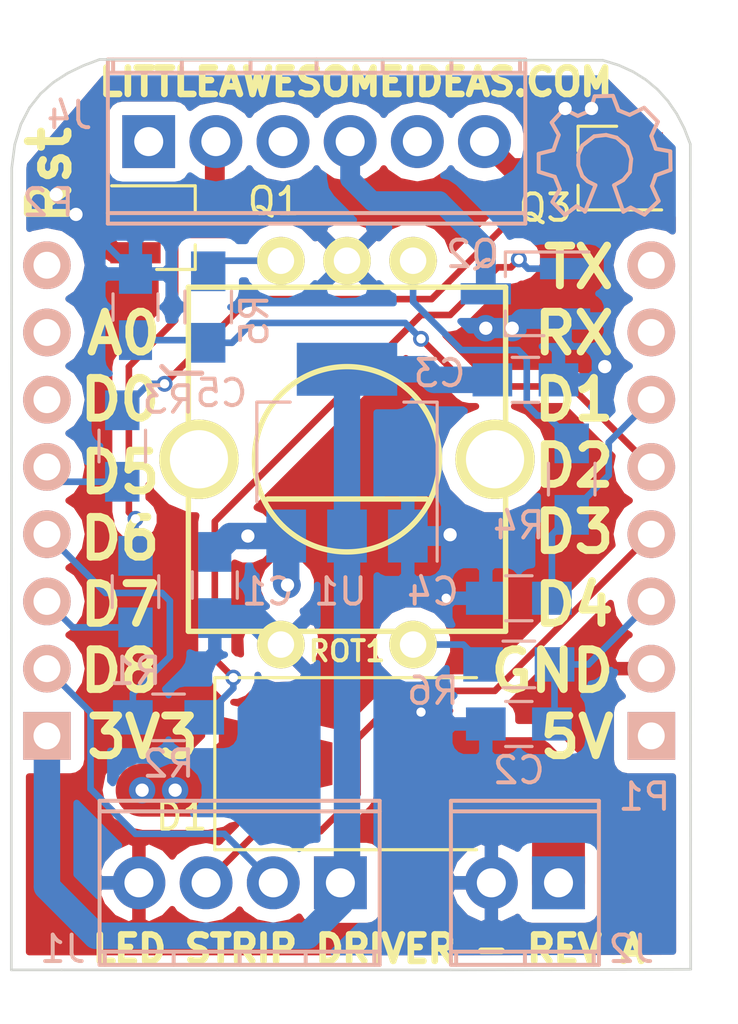
<source format=kicad_pcb>
(kicad_pcb (version 4) (host pcbnew 4.0.6)

  (general
    (links 43)
    (no_connects 0)
    (area 125.116667 82.27412 158.043334 121.32588)
    (thickness 1.6)
    (drawings 44)
    (tracks 152)
    (zones 0)
    (modules 23)
    (nets 28)
  )

  (page A4)
  (layers
    (0 F.Cu signal)
    (1 In1.Cu power)
    (2 In2.Cu power)
    (31 B.Cu signal)
    (32 B.Adhes user)
    (33 F.Adhes user)
    (34 B.Paste user)
    (35 F.Paste user)
    (36 B.SilkS user)
    (37 F.SilkS user)
    (38 B.Mask user)
    (39 F.Mask user)
    (40 Dwgs.User user)
    (41 Cmts.User user)
    (42 Eco1.User user)
    (43 Eco2.User user)
    (44 Edge.Cuts user)
    (45 Margin user)
    (46 B.CrtYd user)
    (47 F.CrtYd user)
    (48 B.Fab user)
    (49 F.Fab user)
  )

  (setup
    (last_trace_width 0.75)
    (user_trace_width 0.2)
    (user_trace_width 0.5)
    (user_trace_width 0.75)
    (user_trace_width 1)
    (user_trace_width 2)
    (trace_clearance 0.2)
    (zone_clearance 0.5)
    (zone_45_only no)
    (trace_min 0.1)
    (segment_width 0.2)
    (edge_width 0.15)
    (via_size 0.6)
    (via_drill 0.35)
    (via_min_size 0.4)
    (via_min_drill 0.3)
    (user_via 1 0.5)
    (uvia_size 0.3)
    (uvia_drill 0.1)
    (uvias_allowed no)
    (uvia_min_size 0.2)
    (uvia_min_drill 0.1)
    (pcb_text_width 0.3)
    (pcb_text_size 1.5 1.5)
    (mod_edge_width 0.15)
    (mod_text_size 1 1)
    (mod_text_width 0.15)
    (pad_size 2.032 1.7272)
    (pad_drill 1.016)
    (pad_to_mask_clearance 0.2)
    (aux_axis_origin 0 0)
    (visible_elements 7FFFFFFF)
    (pcbplotparams
      (layerselection 0x010fc_80000007)
      (usegerberextensions true)
      (excludeedgelayer true)
      (linewidth 0.100000)
      (plotframeref false)
      (viasonmask false)
      (mode 1)
      (useauxorigin false)
      (hpglpennumber 1)
      (hpglpenspeed 20)
      (hpglpendiameter 15)
      (hpglpenoverlay 2)
      (psnegative false)
      (psa4output false)
      (plotreference true)
      (plotvalue true)
      (plotinvisibletext false)
      (padsonsilk false)
      (subtractmaskfromsilk false)
      (outputformat 1)
      (mirror false)
      (drillshape 0)
      (scaleselection 1)
      (outputdirectory outputs/gerbers/))
  )

  (net 0 "")
  (net 1 /+5V)
  (net 2 /RX)
  (net 3 /TX)
  (net 4 /D0)
  (net 5 /A0)
  (net 6 /RST)
  (net 7 +12V)
  (net 8 GND)
  (net 9 /ENC_SWITCH)
  (net 10 +3V3)
  (net 11 "Net-(D1-Pad2)")
  (net 12 /D_OUT)
  (net 13 /PIR_IN)
  (net 14 "Net-(J4-Pad4)")
  (net 15 "Net-(J4-Pad2)")
  (net 16 "Net-(J4-Pad6)")
  (net 17 /ENC_B)
  (net 18 /ENC_A)
  (net 19 /LED_DRIVE_1)
  (net 20 /LED_DRIVE_2)
  (net 21 /LED_DRIVE_3)
  (net 22 "Net-(Q1-Pad1)")
  (net 23 "Net-(Q2-Pad1)")
  (net 24 "Net-(Q3-Pad1)")
  (net 25 /MCU_SWITCH)
  (net 26 /MCU_A)
  (net 27 /MCU_B)

  (net_class Default "This is the default net class."
    (clearance 0.2)
    (trace_width 0.25)
    (via_dia 0.6)
    (via_drill 0.35)
    (uvia_dia 0.3)
    (uvia_drill 0.1)
    (add_net /A0)
    (add_net /D0)
    (add_net /D_OUT)
    (add_net /ENC_A)
    (add_net /ENC_B)
    (add_net /ENC_SWITCH)
    (add_net /LED_DRIVE_1)
    (add_net /LED_DRIVE_2)
    (add_net /LED_DRIVE_3)
    (add_net /MCU_A)
    (add_net /MCU_B)
    (add_net /MCU_SWITCH)
    (add_net /PIR_IN)
    (add_net /RST)
    (add_net /RX)
    (add_net /TX)
    (add_net GND)
    (add_net "Net-(D1-Pad2)")
    (add_net "Net-(J4-Pad2)")
    (add_net "Net-(J4-Pad4)")
    (add_net "Net-(J4-Pad6)")
    (add_net "Net-(Q1-Pad1)")
    (add_net "Net-(Q2-Pad1)")
    (add_net "Net-(Q3-Pad1)")
  )

  (net_class Power ""
    (clearance 0.2)
    (trace_width 0.5)
    (via_dia 0.6)
    (via_drill 0.35)
    (uvia_dia 0.3)
    (uvia_drill 0.1)
    (add_net +12V)
    (add_net +3V3)
    (add_net /+5V)
  )

  (module Connectors_Terminal_Blocks:TerminalBlock_Pheonix_MPT-2.54mm_4pol (layer B.Cu) (tedit 5982EE08) (tstamp 59369FBA)
    (at 141.25 115.75 180)
    (descr "4-way 2.54mm pitch terminal block, Phoenix MPT series")
    (path /59354D46)
    (fp_text reference J1 (at 10.5 -2.5 180) (layer B.SilkS)
      (effects (font (size 1 1) (thickness 0.15)) (justify mirror))
    )
    (fp_text value Screw_Terminal_1x04 (at 3.81 -4.50088 180) (layer B.Fab)
      (effects (font (size 1 1) (thickness 0.15)) (justify mirror))
    )
    (fp_line (start -1.778 3.302) (end 9.398 3.302) (layer B.CrtYd) (width 0.05))
    (fp_line (start -1.778 -3.302) (end -1.778 3.302) (layer B.CrtYd) (width 0.05))
    (fp_line (start 9.398 -3.302) (end -1.778 -3.302) (layer B.CrtYd) (width 0.05))
    (fp_line (start 9.398 3.302) (end 9.398 -3.302) (layer B.CrtYd) (width 0.05))
    (fp_line (start 9.11098 3.0988) (end -1.49098 3.0988) (layer B.SilkS) (width 0.15))
    (fp_line (start -1.49098 2.70002) (end 9.11098 2.70002) (layer B.SilkS) (width 0.15))
    (fp_line (start -1.49098 -2.60096) (end 9.11098 -2.60096) (layer B.SilkS) (width 0.15))
    (fp_line (start 9.11098 -3.0988) (end -1.49098 -3.0988) (layer B.SilkS) (width 0.15))
    (fp_line (start 6.30682 -2.60096) (end 6.30682 -3.0988) (layer B.SilkS) (width 0.15))
    (fp_line (start 3.81 -2.60096) (end 3.81 -3.0988) (layer B.SilkS) (width 0.15))
    (fp_line (start -1.28778 -3.0988) (end -1.28778 -2.60096) (layer B.SilkS) (width 0.15))
    (fp_line (start 8.91032 -2.60096) (end 8.91032 -3.0988) (layer B.SilkS) (width 0.15))
    (fp_line (start 1.31318 -3.0988) (end 1.31318 -2.60096) (layer B.SilkS) (width 0.15))
    (fp_line (start 9.10844 -3.0988) (end 9.10844 3.0988) (layer B.SilkS) (width 0.15))
    (fp_line (start -1.4859 3.0988) (end -1.4859 -3.0988) (layer B.SilkS) (width 0.15))
    (pad 4 thru_hole oval (at 7.62 0) (size 1.99898 1.99898) (drill 1.09728) (layers *.Cu *.Mask)
      (net 8 GND))
    (pad 1 thru_hole rect (at 0 0) (size 1.99898 1.99898) (drill 1.09728) (layers *.Cu *.Mask)
      (net 10 +3V3))
    (pad 2 thru_hole oval (at 2.54 0) (size 1.99898 1.99898) (drill 1.09728) (layers *.Cu *.Mask)
      (net 12 /D_OUT))
    (pad 3 thru_hole oval (at 5.08 0) (size 1.99898 1.99898) (drill 1.09728) (layers *.Cu *.Mask)
      (net 13 /PIR_IN))
    (model Terminal_Blocks.3dshapes/TerminalBlock_Pheonix_MPT-2.54mm_4pol.wrl
      (at (xyz 0.15 0 0))
      (scale (xyz 1 1 1))
      (rotate (xyz 0 0 0))
    )
  )

  (module SOT-223 (layer B.Cu) (tedit 5936B454) (tstamp 5936A004)
    (at 141.5 99.5 90)
    (descr "module CMS SOT223 4 pins")
    (tags "CMS SOT")
    (path /59368FC1)
    (attr smd)
    (fp_text reference U1 (at -5.25 -0.25 180) (layer B.SilkS)
      (effects (font (size 1 1) (thickness 0.15)) (justify mirror))
    )
    (fp_text value LM1117-3.3 (at 0 -4.5 90) (layer B.Fab)
      (effects (font (size 1 1) (thickness 0.15)) (justify mirror))
    )
    (fp_text user %R (at 0 0 90) (layer B.Fab)
      (effects (font (size 0.8 0.8) (thickness 0.12)) (justify mirror))
    )
    (fp_line (start -1.85 2.3) (end -0.8 3.35) (layer B.Fab) (width 0.1))
    (fp_line (start 1.91 -3.41) (end 1.91 -2.15) (layer B.SilkS) (width 0.12))
    (fp_line (start 1.91 3.41) (end 1.91 2.15) (layer B.SilkS) (width 0.12))
    (fp_line (start 4.4 3.6) (end -4.4 3.6) (layer B.CrtYd) (width 0.05))
    (fp_line (start 4.4 -3.6) (end 4.4 3.6) (layer B.CrtYd) (width 0.05))
    (fp_line (start -4.4 -3.6) (end 4.4 -3.6) (layer B.CrtYd) (width 0.05))
    (fp_line (start -4.4 3.6) (end -4.4 -3.6) (layer B.CrtYd) (width 0.05))
    (fp_line (start -1.85 2.3) (end -1.85 -3.35) (layer B.Fab) (width 0.1))
    (fp_line (start -1.85 -3.41) (end 1.91 -3.41) (layer B.SilkS) (width 0.12))
    (fp_line (start -0.8 3.35) (end 1.85 3.35) (layer B.Fab) (width 0.1))
    (fp_line (start -4.1 3.41) (end 1.91 3.41) (layer B.SilkS) (width 0.12))
    (fp_line (start -1.85 -3.35) (end 1.85 -3.35) (layer B.Fab) (width 0.1))
    (fp_line (start 1.85 3.35) (end 1.85 -3.35) (layer B.Fab) (width 0.1))
    (pad 4 smd rect (at 3.15 0 90) (size 2 3.8) (layers B.Cu B.Paste B.Mask)
      (net 10 +3V3))
    (pad 2 smd rect (at -3.15 0 90) (size 2 1.5) (layers B.Cu B.Paste B.Mask)
      (net 10 +3V3))
    (pad 3 smd rect (at -3.15 -2.3 90) (size 2 1.5) (layers B.Cu B.Paste B.Mask)
      (net 7 +12V))
    (pad 1 smd rect (at -3.15 2.3 90) (size 2 1.5) (layers B.Cu B.Paste B.Mask)
      (net 8 GND))
    (model ${KISYS3DMOD}/TO_SOT_Packages_SMD.3dshapes/SOT-223.wrl
      (at (xyz 0 0 0))
      (scale (xyz 0.39 0.39 0.39))
      (rotate (xyz 0 0 90))
    )
  )

  (module D1_mini:D1_mini_Pin_Header (layer B.Cu) (tedit 593FBFB3) (tstamp 5766A936)
    (at 153.01 110.2)
    (descr "Through hole pin header")
    (tags "pin header")
    (path /5763EB78)
    (fp_text reference P1 (at -0.26 2.3) (layer B.SilkS)
      (effects (font (size 1 1) (thickness 0.15)) (justify mirror))
    )
    (fp_text value CONN_01X08 (at 0 3.1) (layer B.Fab) hide
      (effects (font (size 1 1) (thickness 0.15)) (justify mirror))
    )
    (fp_line (start -1.75 1.75) (end -1.75 -19.55) (layer B.CrtYd) (width 0.05))
    (fp_line (start 1.75 1.75) (end 1.75 -19.55) (layer B.CrtYd) (width 0.05))
    (fp_line (start -1.75 1.75) (end 1.75 1.75) (layer B.CrtYd) (width 0.05))
    (fp_line (start -1.75 -19.55) (end 1.75 -19.55) (layer B.CrtYd) (width 0.05))
    (pad 1 thru_hole rect (at 0 0) (size 1.8 1.8) (drill 1.016) (layers *.Cu *.Mask B.SilkS)
      (net 1 /+5V))
    (pad 2 thru_hole oval (at 0 -2.54) (size 1.8 1.8) (drill 1.016) (layers *.Cu *.Mask B.SilkS)
      (net 8 GND))
    (pad 3 thru_hole oval (at 0 -5.08) (size 1.8 1.8) (drill 1.016) (layers *.Cu *.Mask B.SilkS)
      (net 25 /MCU_SWITCH))
    (pad 4 thru_hole oval (at 0 -7.62) (size 1.8 1.8) (drill 1.016) (layers *.Cu *.Mask B.SilkS)
      (net 13 /PIR_IN))
    (pad 5 thru_hole oval (at 0 -10.16) (size 1.8 1.8) (drill 1.016) (layers *.Cu *.Mask B.SilkS)
      (net 27 /MCU_B))
    (pad 6 thru_hole oval (at 0 -12.7) (size 1.8 1.8) (drill 1.016) (layers *.Cu *.Mask B.SilkS)
      (net 26 /MCU_A))
    (pad 7 thru_hole oval (at 0 -15.24) (size 1.8 1.8) (drill 1.016) (layers *.Cu *.Mask B.SilkS)
      (net 2 /RX))
    (pad 8 thru_hole oval (at 0 -17.78) (size 1.8 1.8) (drill 1.016) (layers *.Cu *.Mask B.SilkS)
      (net 3 /TX))
    (model Pin_Headers.3dshapes/Pin_Header_Straight_1x08.wrl
      (at (xyz 0 -0.35 0))
      (scale (xyz 1 1 1))
      (rotate (xyz 0 0 90))
    )
  )

  (module D1_mini:D1_mini_Pin_Header (layer B.Cu) (tedit 5766ABD3) (tstamp 5766A941)
    (at 130.15 110.2)
    (descr "Through hole pin header")
    (tags "pin header")
    (path /5763EBF2)
    (fp_text reference P2 (at 0.05 -20.15) (layer B.SilkS)
      (effects (font (size 1 1) (thickness 0.15)) (justify mirror))
    )
    (fp_text value CONN_01X08 (at 0 3.1) (layer B.Fab) hide
      (effects (font (size 1 1) (thickness 0.15)) (justify mirror))
    )
    (fp_line (start -1.75 1.75) (end -1.75 -19.55) (layer B.CrtYd) (width 0.05))
    (fp_line (start 1.75 1.75) (end 1.75 -19.55) (layer B.CrtYd) (width 0.05))
    (fp_line (start -1.75 1.75) (end 1.75 1.75) (layer B.CrtYd) (width 0.05))
    (fp_line (start -1.75 -19.55) (end 1.75 -19.55) (layer B.CrtYd) (width 0.05))
    (pad 1 thru_hole rect (at 0 0) (size 1.8 1.8) (drill 1.016) (layers *.Cu *.Mask B.SilkS)
      (net 10 +3V3))
    (pad 2 thru_hole oval (at 0 -2.54) (size 1.8 1.8) (drill 1.016) (layers *.Cu *.Mask B.SilkS)
      (net 12 /D_OUT))
    (pad 3 thru_hole oval (at 0 -5.08) (size 1.8 1.8) (drill 1.016) (layers *.Cu *.Mask B.SilkS)
      (net 19 /LED_DRIVE_1))
    (pad 4 thru_hole oval (at 0 -7.62) (size 1.8 1.8) (drill 1.016) (layers *.Cu *.Mask B.SilkS)
      (net 20 /LED_DRIVE_2))
    (pad 5 thru_hole oval (at 0 -10.16) (size 1.8 1.8) (drill 1.016) (layers *.Cu *.Mask B.SilkS)
      (net 21 /LED_DRIVE_3))
    (pad 6 thru_hole oval (at 0 -12.7) (size 1.8 1.8) (drill 1.016) (layers *.Cu *.Mask B.SilkS)
      (net 4 /D0))
    (pad 7 thru_hole oval (at 0 -15.24) (size 1.8 1.8) (drill 1.016) (layers *.Cu *.Mask B.SilkS)
      (net 5 /A0))
    (pad 8 thru_hole oval (at 0 -17.78) (size 1.8 1.8) (drill 1.016) (layers *.Cu *.Mask B.SilkS)
      (net 6 /RST))
    (model Pin_Headers.3dshapes/Pin_Header_Straight_1x08.wrl
      (at (xyz 0 -0.35 0))
      (scale (xyz 1 1 1))
      (rotate (xyz 0 0 90))
    )
  )

  (module D1_mini:OSHW (layer B.Cu) (tedit 5766B04E) (tstamp 5766B15A)
    (at 151.25 88.5 180)
    (descr OSHW)
    (tags "Symbol, OSHW-Logo, Silk Screen,")
    (fp_text reference "" (at 0.09906 4.38912 180) (layer B.SilkS) hide
      (effects (font (size 1 1) (thickness 0.15)) (justify mirror))
    )
    (fp_text value OSHW (at 0 -5 180) (layer B.Fab) hide
      (effects (font (size 1 1) (thickness 0.15)) (justify mirror))
    )
    (fp_line (start -1.78054 -0.92964) (end -2.03962 -1.49098) (layer B.SilkS) (width 0.15))
    (fp_line (start -2.03962 -1.49098) (end -1.50114 -2.00914) (layer B.SilkS) (width 0.15))
    (fp_line (start -1.50114 -2.00914) (end -0.98044 -1.7399) (layer B.SilkS) (width 0.15))
    (fp_line (start -0.98044 -1.7399) (end -0.70104 -1.89992) (layer B.SilkS) (width 0.15))
    (fp_line (start 0.73914 -1.8796) (end 1.06934 -1.6891) (layer B.SilkS) (width 0.15))
    (fp_line (start 1.06934 -1.6891) (end 1.50876 -2.0193) (layer B.SilkS) (width 0.15))
    (fp_line (start 1.50876 -2.0193) (end 1.9812 -1.52908) (layer B.SilkS) (width 0.15))
    (fp_line (start 1.9812 -1.52908) (end 1.69926 -1.04902) (layer B.SilkS) (width 0.15))
    (fp_line (start 1.69926 -1.04902) (end 1.88976 -0.57912) (layer B.SilkS) (width 0.15))
    (fp_line (start 1.88976 -0.57912) (end 2.49936 -0.39116) (layer B.SilkS) (width 0.15))
    (fp_line (start 2.49936 -0.39116) (end 2.49936 0.28956) (layer B.SilkS) (width 0.15))
    (fp_line (start 2.49936 0.28956) (end 1.94056 0.42926) (layer B.SilkS) (width 0.15))
    (fp_line (start 1.94056 0.42926) (end 1.7399 1.00076) (layer B.SilkS) (width 0.15))
    (fp_line (start 1.7399 1.00076) (end 2.00914 1.47066) (layer B.SilkS) (width 0.15))
    (fp_line (start 2.00914 1.47066) (end 1.53924 1.9812) (layer B.SilkS) (width 0.15))
    (fp_line (start 1.53924 1.9812) (end 1.02108 1.71958) (layer B.SilkS) (width 0.15))
    (fp_line (start 1.02108 1.71958) (end 0.55118 1.92024) (layer B.SilkS) (width 0.15))
    (fp_line (start 0.55118 1.92024) (end 0.381 2.46126) (layer B.SilkS) (width 0.15))
    (fp_line (start 0.381 2.46126) (end -0.30988 2.47904) (layer B.SilkS) (width 0.15))
    (fp_line (start -0.30988 2.47904) (end -0.5207 1.9304) (layer B.SilkS) (width 0.15))
    (fp_line (start -0.5207 1.9304) (end -0.9398 1.76022) (layer B.SilkS) (width 0.15))
    (fp_line (start -0.9398 1.76022) (end -1.49098 2.02946) (layer B.SilkS) (width 0.15))
    (fp_line (start -1.49098 2.02946) (end -2.00914 1.50114) (layer B.SilkS) (width 0.15))
    (fp_line (start -2.00914 1.50114) (end -1.76022 0.96012) (layer B.SilkS) (width 0.15))
    (fp_line (start -1.76022 0.96012) (end -1.9304 0.48006) (layer B.SilkS) (width 0.15))
    (fp_line (start -1.9304 0.48006) (end -2.47904 0.381) (layer B.SilkS) (width 0.15))
    (fp_line (start -2.47904 0.381) (end -2.4892 -0.32004) (layer B.SilkS) (width 0.15))
    (fp_line (start -2.4892 -0.32004) (end -1.9304 -0.5207) (layer B.SilkS) (width 0.15))
    (fp_line (start -1.9304 -0.5207) (end -1.7907 -0.91948) (layer B.SilkS) (width 0.15))
    (fp_line (start 0.35052 -0.89916) (end 0.65024 -0.7493) (layer B.SilkS) (width 0.15))
    (fp_line (start 0.65024 -0.7493) (end 0.8509 -0.55118) (layer B.SilkS) (width 0.15))
    (fp_line (start 0.8509 -0.55118) (end 1.00076 -0.14986) (layer B.SilkS) (width 0.15))
    (fp_line (start 1.00076 -0.14986) (end 1.00076 0.24892) (layer B.SilkS) (width 0.15))
    (fp_line (start 1.00076 0.24892) (end 0.8509 0.59944) (layer B.SilkS) (width 0.15))
    (fp_line (start 0.8509 0.59944) (end 0.39878 0.94996) (layer B.SilkS) (width 0.15))
    (fp_line (start 0.39878 0.94996) (end -0.0508 1.00076) (layer B.SilkS) (width 0.15))
    (fp_line (start -0.0508 1.00076) (end -0.44958 0.89916) (layer B.SilkS) (width 0.15))
    (fp_line (start -0.44958 0.89916) (end -0.8509 0.55118) (layer B.SilkS) (width 0.15))
    (fp_line (start -0.8509 0.55118) (end -1.00076 0.09906) (layer B.SilkS) (width 0.15))
    (fp_line (start -1.00076 0.09906) (end -0.94996 -0.39878) (layer B.SilkS) (width 0.15))
    (fp_line (start -0.94996 -0.39878) (end -0.70104 -0.70104) (layer B.SilkS) (width 0.15))
    (fp_line (start -0.70104 -0.70104) (end -0.35052 -0.89916) (layer B.SilkS) (width 0.15))
    (fp_line (start -0.35052 -0.89916) (end -0.70104 -1.89992) (layer B.SilkS) (width 0.15))
    (fp_line (start 0.35052 -0.89916) (end 0.7493 -1.89992) (layer B.SilkS) (width 0.15))
  )

  (module Capacitors_SMD:C_0805_HandSoldering (layer B.Cu) (tedit 593FBF52) (tstamp 59369FA0)
    (at 136.5 104.5 270)
    (descr "Capacitor SMD 0805, hand soldering")
    (tags "capacitor 0805")
    (path /59353887)
    (attr smd)
    (fp_text reference C1 (at 0.25 -2 360) (layer B.SilkS)
      (effects (font (size 1 1) (thickness 0.15)) (justify mirror))
    )
    (fp_text value 10uF (at 0 -1.75 270) (layer B.Fab)
      (effects (font (size 1 1) (thickness 0.15)) (justify mirror))
    )
    (fp_text user %R (at 0 1.75 270) (layer B.Fab)
      (effects (font (size 1 1) (thickness 0.15)) (justify mirror))
    )
    (fp_line (start -1 -0.62) (end -1 0.62) (layer B.Fab) (width 0.1))
    (fp_line (start 1 -0.62) (end -1 -0.62) (layer B.Fab) (width 0.1))
    (fp_line (start 1 0.62) (end 1 -0.62) (layer B.Fab) (width 0.1))
    (fp_line (start -1 0.62) (end 1 0.62) (layer B.Fab) (width 0.1))
    (fp_line (start 0.5 0.85) (end -0.5 0.85) (layer B.SilkS) (width 0.12))
    (fp_line (start -0.5 -0.85) (end 0.5 -0.85) (layer B.SilkS) (width 0.12))
    (fp_line (start -2.25 0.88) (end 2.25 0.88) (layer B.CrtYd) (width 0.05))
    (fp_line (start -2.25 0.88) (end -2.25 -0.87) (layer B.CrtYd) (width 0.05))
    (fp_line (start 2.25 -0.87) (end 2.25 0.88) (layer B.CrtYd) (width 0.05))
    (fp_line (start 2.25 -0.87) (end -2.25 -0.87) (layer B.CrtYd) (width 0.05))
    (pad 1 smd rect (at -1.25 0 270) (size 1.5 1.25) (layers B.Cu B.Paste B.Mask)
      (net 7 +12V))
    (pad 2 smd rect (at 1.25 0 270) (size 1.5 1.25) (layers B.Cu B.Paste B.Mask)
      (net 8 GND))
    (model Capacitors_SMD.3dshapes/C_0805.wrl
      (at (xyz 0 0 0))
      (scale (xyz 1 1 1))
      (rotate (xyz 0 0 0))
    )
  )

  (module Capacitors_SMD:C_0805_HandSoldering (layer B.Cu) (tedit 593FBF92) (tstamp 59369FA6)
    (at 148 109.75 180)
    (descr "Capacitor SMD 0805, hand soldering")
    (tags "capacitor 0805")
    (path /5935871D)
    (attr smd)
    (fp_text reference C2 (at 0 -1.75 180) (layer B.SilkS)
      (effects (font (size 1 1) (thickness 0.15)) (justify mirror))
    )
    (fp_text value 100nF (at 0 -1.75 180) (layer B.Fab)
      (effects (font (size 1 1) (thickness 0.15)) (justify mirror))
    )
    (fp_text user %R (at 0 1.75 180) (layer B.Fab)
      (effects (font (size 1 1) (thickness 0.15)) (justify mirror))
    )
    (fp_line (start -1 -0.62) (end -1 0.62) (layer B.Fab) (width 0.1))
    (fp_line (start 1 -0.62) (end -1 -0.62) (layer B.Fab) (width 0.1))
    (fp_line (start 1 0.62) (end 1 -0.62) (layer B.Fab) (width 0.1))
    (fp_line (start -1 0.62) (end 1 0.62) (layer B.Fab) (width 0.1))
    (fp_line (start 0.5 0.85) (end -0.5 0.85) (layer B.SilkS) (width 0.12))
    (fp_line (start -0.5 -0.85) (end 0.5 -0.85) (layer B.SilkS) (width 0.12))
    (fp_line (start -2.25 0.88) (end 2.25 0.88) (layer B.CrtYd) (width 0.05))
    (fp_line (start -2.25 0.88) (end -2.25 -0.87) (layer B.CrtYd) (width 0.05))
    (fp_line (start 2.25 -0.87) (end 2.25 0.88) (layer B.CrtYd) (width 0.05))
    (fp_line (start 2.25 -0.87) (end -2.25 -0.87) (layer B.CrtYd) (width 0.05))
    (pad 1 smd rect (at -1.25 0 180) (size 1.5 1.25) (layers B.Cu B.Paste B.Mask)
      (net 25 /MCU_SWITCH))
    (pad 2 smd rect (at 1.25 0 180) (size 1.5 1.25) (layers B.Cu B.Paste B.Mask)
      (net 8 GND))
    (model Capacitors_SMD.3dshapes/C_0805.wrl
      (at (xyz 0 0 0))
      (scale (xyz 1 1 1))
      (rotate (xyz 0 0 0))
    )
  )

  (module Capacitors_SMD:C_0805_HandSoldering (layer B.Cu) (tedit 593FBED9) (tstamp 59369FAC)
    (at 148.25 96.75)
    (descr "Capacitor SMD 0805, hand soldering")
    (tags "capacitor 0805")
    (path /59369282)
    (attr smd)
    (fp_text reference C3 (at -3.25 -0.25) (layer B.SilkS)
      (effects (font (size 1 1) (thickness 0.15)) (justify mirror))
    )
    (fp_text value 22uF (at 0 -1.75) (layer B.Fab)
      (effects (font (size 1 1) (thickness 0.15)) (justify mirror))
    )
    (fp_text user %R (at 0 1.75) (layer B.Fab)
      (effects (font (size 1 1) (thickness 0.15)) (justify mirror))
    )
    (fp_line (start -1 -0.62) (end -1 0.62) (layer B.Fab) (width 0.1))
    (fp_line (start 1 -0.62) (end -1 -0.62) (layer B.Fab) (width 0.1))
    (fp_line (start 1 0.62) (end 1 -0.62) (layer B.Fab) (width 0.1))
    (fp_line (start -1 0.62) (end 1 0.62) (layer B.Fab) (width 0.1))
    (fp_line (start 0.5 0.85) (end -0.5 0.85) (layer B.SilkS) (width 0.12))
    (fp_line (start -0.5 -0.85) (end 0.5 -0.85) (layer B.SilkS) (width 0.12))
    (fp_line (start -2.25 0.88) (end 2.25 0.88) (layer B.CrtYd) (width 0.05))
    (fp_line (start -2.25 0.88) (end -2.25 -0.87) (layer B.CrtYd) (width 0.05))
    (fp_line (start 2.25 -0.87) (end 2.25 0.88) (layer B.CrtYd) (width 0.05))
    (fp_line (start 2.25 -0.87) (end -2.25 -0.87) (layer B.CrtYd) (width 0.05))
    (pad 1 smd rect (at -1.25 0) (size 1.5 1.25) (layers B.Cu B.Paste B.Mask)
      (net 10 +3V3))
    (pad 2 smd rect (at 1.25 0) (size 1.5 1.25) (layers B.Cu B.Paste B.Mask)
      (net 8 GND))
    (model Capacitors_SMD.3dshapes/C_0805.wrl
      (at (xyz 0 0 0))
      (scale (xyz 1 1 1))
      (rotate (xyz 0 0 0))
    )
  )

  (module Connectors_Terminal_Blocks:TerminalBlock_Pheonix_MPT-2.54mm_2pol (layer B.Cu) (tedit 5982EE04) (tstamp 59369FC0)
    (at 149.5 115.75 180)
    (descr "2-way 2.54mm pitch terminal block, Phoenix MPT series")
    (path /5935378A)
    (fp_text reference J2 (at -2.75 -2.5 180) (layer B.SilkS)
      (effects (font (size 1 1) (thickness 0.15)) (justify mirror))
    )
    (fp_text value Screw_Terminal_1x02 (at 1.27 -4.50088 180) (layer B.Fab)
      (effects (font (size 1 1) (thickness 0.15)) (justify mirror))
    )
    (fp_line (start -1.7 3.3) (end 4.3 3.3) (layer B.CrtYd) (width 0.05))
    (fp_line (start -1.7 -3.3) (end -1.7 3.3) (layer B.CrtYd) (width 0.05))
    (fp_line (start 4.3 -3.3) (end -1.7 -3.3) (layer B.CrtYd) (width 0.05))
    (fp_line (start 4.3 3.3) (end 4.3 -3.3) (layer B.CrtYd) (width 0.05))
    (fp_line (start 4.06908 -2.60096) (end -1.52908 -2.60096) (layer B.SilkS) (width 0.15))
    (fp_line (start -1.33096 -3.0988) (end -1.33096 -2.60096) (layer B.SilkS) (width 0.15))
    (fp_line (start 3.87096 -2.60096) (end 3.87096 -3.0988) (layer B.SilkS) (width 0.15))
    (fp_line (start 1.27 -3.0988) (end 1.27 -2.60096) (layer B.SilkS) (width 0.15))
    (fp_line (start -1.52908 2.70002) (end 4.06908 2.70002) (layer B.SilkS) (width 0.15))
    (fp_line (start -1.52908 -3.0988) (end 4.06908 -3.0988) (layer B.SilkS) (width 0.15))
    (fp_line (start 4.06908 -3.0988) (end 4.06908 3.0988) (layer B.SilkS) (width 0.15))
    (fp_line (start 4.06908 3.0988) (end -1.52908 3.0988) (layer B.SilkS) (width 0.15))
    (fp_line (start -1.52908 3.0988) (end -1.52908 -3.0988) (layer B.SilkS) (width 0.15))
    (pad 2 thru_hole oval (at 2.54 0 180) (size 1.99898 1.99898) (drill 1.09728) (layers *.Cu *.Mask)
      (net 8 GND))
    (pad 1 thru_hole rect (at 0 0 180) (size 1.99898 1.99898) (drill 1.09728) (layers *.Cu *.Mask)
      (net 11 "Net-(D1-Pad2)"))
    (model Terminal_Blocks.3dshapes/TerminalBlock_Pheonix_MPT-2.54mm_2pol.wrl
      (at (xyz 0.05 0 0))
      (scale (xyz 1 1 1))
      (rotate (xyz 0 0 0))
    )
  )

  (module Connectors_Terminal_Blocks:TerminalBlock_Pheonix_MPT-2.54mm_6pol (layer B.Cu) (tedit 5936A0BD) (tstamp 59369FCA)
    (at 134 87.75)
    (descr "6-way 2.54mm pitch terminal block, Phoenix MPT series")
    (path /5936271B)
    (fp_text reference J4 (at -3 -1) (layer B.SilkS)
      (effects (font (size 1 1) (thickness 0.15)) (justify mirror))
    )
    (fp_text value Screw_Terminal_1x06 (at 6.35 -4.50088) (layer B.Fab)
      (effects (font (size 1 1) (thickness 0.15)) (justify mirror))
    )
    (fp_line (start -1.778 3.302) (end 14.478 3.302) (layer B.CrtYd) (width 0.05))
    (fp_line (start -1.778 -3.302) (end -1.778 3.302) (layer B.CrtYd) (width 0.05))
    (fp_line (start 14.478 -3.302) (end -1.778 -3.302) (layer B.CrtYd) (width 0.05))
    (fp_line (start 14.478 3.302) (end 14.478 -3.302) (layer B.CrtYd) (width 0.05))
    (fp_line (start 14.2494 3.0988) (end -1.5494 3.0988) (layer B.SilkS) (width 0.15))
    (fp_line (start 14.2494 2.70002) (end -1.5494 2.70002) (layer B.SilkS) (width 0.15))
    (fp_line (start -1.5494 -3.0988) (end 14.2494 -3.0988) (layer B.SilkS) (width 0.15))
    (fp_line (start 14.2494 -2.60096) (end -1.5494 -2.60096) (layer B.SilkS) (width 0.15))
    (fp_line (start 11.45032 -2.60096) (end 11.45032 -3.0988) (layer B.SilkS) (width 0.15))
    (fp_line (start 8.84936 -2.60096) (end 8.84936 -3.0988) (layer B.SilkS) (width 0.15))
    (fp_line (start 6.34746 -2.60096) (end 6.34746 -3.0988) (layer B.SilkS) (width 0.15))
    (fp_line (start 3.85064 -2.60096) (end 3.85064 -3.0988) (layer B.SilkS) (width 0.15))
    (fp_line (start -1.3462 -3.0988) (end -1.3462 -2.60096) (layer B.SilkS) (width 0.15))
    (fp_line (start 14.0462 -2.60096) (end 14.0462 -3.0988) (layer B.SilkS) (width 0.15))
    (fp_line (start 1.25222 -3.0988) (end 1.25222 -2.60096) (layer B.SilkS) (width 0.15))
    (fp_line (start 14.24432 -3.0988) (end 14.24432 3.0988) (layer B.SilkS) (width 0.15))
    (fp_line (start -1.54432 3.0988) (end -1.54432 -3.0988) (layer B.SilkS) (width 0.15))
    (pad 4 thru_hole oval (at 7.62 0 180) (size 1.99898 1.99898) (drill 1.09728) (layers *.Cu *.Mask)
      (net 14 "Net-(J4-Pad4)"))
    (pad 1 thru_hole rect (at 0 0 180) (size 1.99898 1.99898) (drill 1.09728) (layers *.Cu *.Mask)
      (net 7 +12V))
    (pad 2 thru_hole oval (at 2.54 0 180) (size 1.99898 1.99898) (drill 1.09728) (layers *.Cu *.Mask)
      (net 15 "Net-(J4-Pad2)"))
    (pad 3 thru_hole oval (at 5.08 0 180) (size 1.99898 1.99898) (drill 1.09728) (layers *.Cu *.Mask)
      (net 7 +12V))
    (pad 5 thru_hole oval (at 10.16 0 180) (size 1.99898 1.99898) (drill 1.09728) (layers *.Cu *.Mask)
      (net 7 +12V))
    (pad 6 thru_hole oval (at 12.7 0 180) (size 1.99898 1.99898) (drill 1.09728) (layers *.Cu *.Mask)
      (net 16 "Net-(J4-Pad6)"))
    (model Terminal_Blocks.3dshapes/TerminalBlock_Pheonix_MPT-2.54mm_6pol.wrl
      (at (xyz 0.25 0 0))
      (scale (xyz 1 1 1))
      (rotate (xyz 0 0 0))
    )
  )

  (module Resistors_SMD:R_0805_HandSoldering (layer B.Cu) (tedit 593FBF70) (tstamp 59369FE5)
    (at 133.5 104.75 90)
    (descr "Resistor SMD 0805, hand soldering")
    (tags "resistor 0805")
    (path /5935657B)
    (attr smd)
    (fp_text reference R1 (at -3 0 180) (layer B.SilkS)
      (effects (font (size 1 1) (thickness 0.15)) (justify mirror))
    )
    (fp_text value 220R (at 0 -1.75 90) (layer B.Fab)
      (effects (font (size 1 1) (thickness 0.15)) (justify mirror))
    )
    (fp_text user %R (at 0 0 90) (layer B.Fab)
      (effects (font (size 0.5 0.5) (thickness 0.075)) (justify mirror))
    )
    (fp_line (start -1 -0.62) (end -1 0.62) (layer B.Fab) (width 0.1))
    (fp_line (start 1 -0.62) (end -1 -0.62) (layer B.Fab) (width 0.1))
    (fp_line (start 1 0.62) (end 1 -0.62) (layer B.Fab) (width 0.1))
    (fp_line (start -1 0.62) (end 1 0.62) (layer B.Fab) (width 0.1))
    (fp_line (start 0.6 -0.88) (end -0.6 -0.88) (layer B.SilkS) (width 0.12))
    (fp_line (start -0.6 0.88) (end 0.6 0.88) (layer B.SilkS) (width 0.12))
    (fp_line (start -2.35 0.9) (end 2.35 0.9) (layer B.CrtYd) (width 0.05))
    (fp_line (start -2.35 0.9) (end -2.35 -0.9) (layer B.CrtYd) (width 0.05))
    (fp_line (start 2.35 -0.9) (end 2.35 0.9) (layer B.CrtYd) (width 0.05))
    (fp_line (start 2.35 -0.9) (end -2.35 -0.9) (layer B.CrtYd) (width 0.05))
    (pad 1 smd rect (at -1.35 0 90) (size 1.5 1.3) (layers B.Cu B.Paste B.Mask)
      (net 19 /LED_DRIVE_1))
    (pad 2 smd rect (at 1.35 0 90) (size 1.5 1.3) (layers B.Cu B.Paste B.Mask)
      (net 22 "Net-(Q1-Pad1)"))
    (model ${KISYS3DMOD}/Resistors_SMD.3dshapes/R_0805.wrl
      (at (xyz 0 0 0))
      (scale (xyz 1 1 1))
      (rotate (xyz 0 0 0))
    )
  )

  (module Resistors_SMD:R_0805_HandSoldering (layer B.Cu) (tedit 593FBF75) (tstamp 59369FEB)
    (at 134.75 109.5)
    (descr "Resistor SMD 0805, hand soldering")
    (tags "resistor 0805")
    (path /59356DE6)
    (attr smd)
    (fp_text reference R2 (at 0 1.75) (layer B.SilkS)
      (effects (font (size 1 1) (thickness 0.15)) (justify mirror))
    )
    (fp_text value 220R (at 0 -1.75) (layer B.Fab)
      (effects (font (size 1 1) (thickness 0.15)) (justify mirror))
    )
    (fp_text user %R (at 0 0) (layer B.Fab)
      (effects (font (size 0.5 0.5) (thickness 0.075)) (justify mirror))
    )
    (fp_line (start -1 -0.62) (end -1 0.62) (layer B.Fab) (width 0.1))
    (fp_line (start 1 -0.62) (end -1 -0.62) (layer B.Fab) (width 0.1))
    (fp_line (start 1 0.62) (end 1 -0.62) (layer B.Fab) (width 0.1))
    (fp_line (start -1 0.62) (end 1 0.62) (layer B.Fab) (width 0.1))
    (fp_line (start 0.6 -0.88) (end -0.6 -0.88) (layer B.SilkS) (width 0.12))
    (fp_line (start -0.6 0.88) (end 0.6 0.88) (layer B.SilkS) (width 0.12))
    (fp_line (start -2.35 0.9) (end 2.35 0.9) (layer B.CrtYd) (width 0.05))
    (fp_line (start -2.35 0.9) (end -2.35 -0.9) (layer B.CrtYd) (width 0.05))
    (fp_line (start 2.35 -0.9) (end 2.35 0.9) (layer B.CrtYd) (width 0.05))
    (fp_line (start 2.35 -0.9) (end -2.35 -0.9) (layer B.CrtYd) (width 0.05))
    (pad 1 smd rect (at -1.35 0) (size 1.5 1.3) (layers B.Cu B.Paste B.Mask)
      (net 20 /LED_DRIVE_2))
    (pad 2 smd rect (at 1.35 0) (size 1.5 1.3) (layers B.Cu B.Paste B.Mask)
      (net 23 "Net-(Q2-Pad1)"))
    (model ${KISYS3DMOD}/Resistors_SMD.3dshapes/R_0805.wrl
      (at (xyz 0 0 0))
      (scale (xyz 1 1 1))
      (rotate (xyz 0 0 0))
    )
  )

  (module Resistors_SMD:R_0805_HandSoldering (layer B.Cu) (tedit 593FBF2A) (tstamp 59369FF1)
    (at 133 99.25 90)
    (descr "Resistor SMD 0805, hand soldering")
    (tags "resistor 0805")
    (path /5935701D)
    (attr smd)
    (fp_text reference R3 (at 1.75 1.75 180) (layer B.SilkS)
      (effects (font (size 1 1) (thickness 0.15)) (justify mirror))
    )
    (fp_text value 220R (at 0 -1.75 90) (layer B.Fab)
      (effects (font (size 1 1) (thickness 0.15)) (justify mirror))
    )
    (fp_text user %R (at 0 0 90) (layer B.Fab)
      (effects (font (size 0.5 0.5) (thickness 0.075)) (justify mirror))
    )
    (fp_line (start -1 -0.62) (end -1 0.62) (layer B.Fab) (width 0.1))
    (fp_line (start 1 -0.62) (end -1 -0.62) (layer B.Fab) (width 0.1))
    (fp_line (start 1 0.62) (end 1 -0.62) (layer B.Fab) (width 0.1))
    (fp_line (start -1 0.62) (end 1 0.62) (layer B.Fab) (width 0.1))
    (fp_line (start 0.6 -0.88) (end -0.6 -0.88) (layer B.SilkS) (width 0.12))
    (fp_line (start -0.6 0.88) (end 0.6 0.88) (layer B.SilkS) (width 0.12))
    (fp_line (start -2.35 0.9) (end 2.35 0.9) (layer B.CrtYd) (width 0.05))
    (fp_line (start -2.35 0.9) (end -2.35 -0.9) (layer B.CrtYd) (width 0.05))
    (fp_line (start 2.35 -0.9) (end 2.35 0.9) (layer B.CrtYd) (width 0.05))
    (fp_line (start 2.35 -0.9) (end -2.35 -0.9) (layer B.CrtYd) (width 0.05))
    (pad 1 smd rect (at -1.35 0 90) (size 1.5 1.3) (layers B.Cu B.Paste B.Mask)
      (net 21 /LED_DRIVE_3))
    (pad 2 smd rect (at 1.35 0 90) (size 1.5 1.3) (layers B.Cu B.Paste B.Mask)
      (net 24 "Net-(Q3-Pad1)"))
    (model ${KISYS3DMOD}/Resistors_SMD.3dshapes/R_0805.wrl
      (at (xyz 0 0 0))
      (scale (xyz 1 1 1))
      (rotate (xyz 0 0 0))
    )
  )

  (module Capacitors_SMD:C_0805_HandSoldering (layer B.Cu) (tedit 593FBFA9) (tstamp 5936A7DB)
    (at 148 105 180)
    (descr "Capacitor SMD 0805, hand soldering")
    (tags "capacitor 0805")
    (path /5936D66B)
    (attr smd)
    (fp_text reference C4 (at 3.25 0.25 180) (layer B.SilkS)
      (effects (font (size 1 1) (thickness 0.15)) (justify mirror))
    )
    (fp_text value 100nF (at 0 -1.75 180) (layer B.Fab)
      (effects (font (size 1 1) (thickness 0.15)) (justify mirror))
    )
    (fp_text user %R (at 0 1.75 180) (layer B.Fab)
      (effects (font (size 1 1) (thickness 0.15)) (justify mirror))
    )
    (fp_line (start -1 -0.62) (end -1 0.62) (layer B.Fab) (width 0.1))
    (fp_line (start 1 -0.62) (end -1 -0.62) (layer B.Fab) (width 0.1))
    (fp_line (start 1 0.62) (end 1 -0.62) (layer B.Fab) (width 0.1))
    (fp_line (start -1 0.62) (end 1 0.62) (layer B.Fab) (width 0.1))
    (fp_line (start 0.5 0.85) (end -0.5 0.85) (layer B.SilkS) (width 0.12))
    (fp_line (start -0.5 -0.85) (end 0.5 -0.85) (layer B.SilkS) (width 0.12))
    (fp_line (start -2.25 0.88) (end 2.25 0.88) (layer B.CrtYd) (width 0.05))
    (fp_line (start -2.25 0.88) (end -2.25 -0.87) (layer B.CrtYd) (width 0.05))
    (fp_line (start 2.25 -0.87) (end 2.25 0.88) (layer B.CrtYd) (width 0.05))
    (fp_line (start 2.25 -0.87) (end -2.25 -0.87) (layer B.CrtYd) (width 0.05))
    (pad 1 smd rect (at -1.25 0 180) (size 1.5 1.25) (layers B.Cu B.Paste B.Mask)
      (net 26 /MCU_A))
    (pad 2 smd rect (at 1.25 0 180) (size 1.5 1.25) (layers B.Cu B.Paste B.Mask)
      (net 8 GND))
    (model Capacitors_SMD.3dshapes/C_0805.wrl
      (at (xyz 0 0 0))
      (scale (xyz 1 1 1))
      (rotate (xyz 0 0 0))
    )
  )

  (module Capacitors_SMD:C_0805_HandSoldering (layer B.Cu) (tedit 593FBF30) (tstamp 5936A7E1)
    (at 133.5 94 90)
    (descr "Capacitor SMD 0805, hand soldering")
    (tags "capacitor 0805")
    (path /5936D604)
    (attr smd)
    (fp_text reference C5 (at -3.25 3.25 180) (layer B.SilkS)
      (effects (font (size 1 1) (thickness 0.15)) (justify mirror))
    )
    (fp_text value 100nF (at 0 -1.75 90) (layer B.Fab)
      (effects (font (size 1 1) (thickness 0.15)) (justify mirror))
    )
    (fp_text user %R (at 0 1.75 90) (layer B.Fab)
      (effects (font (size 1 1) (thickness 0.15)) (justify mirror))
    )
    (fp_line (start -1 -0.62) (end -1 0.62) (layer B.Fab) (width 0.1))
    (fp_line (start 1 -0.62) (end -1 -0.62) (layer B.Fab) (width 0.1))
    (fp_line (start 1 0.62) (end 1 -0.62) (layer B.Fab) (width 0.1))
    (fp_line (start -1 0.62) (end 1 0.62) (layer B.Fab) (width 0.1))
    (fp_line (start 0.5 0.85) (end -0.5 0.85) (layer B.SilkS) (width 0.12))
    (fp_line (start -0.5 -0.85) (end 0.5 -0.85) (layer B.SilkS) (width 0.12))
    (fp_line (start -2.25 0.88) (end 2.25 0.88) (layer B.CrtYd) (width 0.05))
    (fp_line (start -2.25 0.88) (end -2.25 -0.87) (layer B.CrtYd) (width 0.05))
    (fp_line (start 2.25 -0.87) (end 2.25 0.88) (layer B.CrtYd) (width 0.05))
    (fp_line (start 2.25 -0.87) (end -2.25 -0.87) (layer B.CrtYd) (width 0.05))
    (pad 1 smd rect (at -1.25 0 90) (size 1.5 1.25) (layers B.Cu B.Paste B.Mask)
      (net 27 /MCU_B))
    (pad 2 smd rect (at 1.25 0 90) (size 1.5 1.25) (layers B.Cu B.Paste B.Mask)
      (net 8 GND))
    (model Capacitors_SMD.3dshapes/C_0805.wrl
      (at (xyz 0 0 0))
      (scale (xyz 1 1 1))
      (rotate (xyz 0 0 0))
    )
  )

  (module Resistors_SMD:R_0805_HandSoldering (layer B.Cu) (tedit 593FBFA0) (tstamp 5936A7E7)
    (at 150 100.5 270)
    (descr "Resistor SMD 0805, hand soldering")
    (tags "resistor 0805")
    (path /5936D489)
    (attr smd)
    (fp_text reference R4 (at 1.75 2 540) (layer B.SilkS)
      (effects (font (size 1 1) (thickness 0.15)) (justify mirror))
    )
    (fp_text value 27k (at 0 -1.75 270) (layer B.Fab)
      (effects (font (size 1 1) (thickness 0.15)) (justify mirror))
    )
    (fp_text user %R (at 0 0 270) (layer B.Fab)
      (effects (font (size 0.5 0.5) (thickness 0.075)) (justify mirror))
    )
    (fp_line (start -1 -0.62) (end -1 0.62) (layer B.Fab) (width 0.1))
    (fp_line (start 1 -0.62) (end -1 -0.62) (layer B.Fab) (width 0.1))
    (fp_line (start 1 0.62) (end 1 -0.62) (layer B.Fab) (width 0.1))
    (fp_line (start -1 0.62) (end 1 0.62) (layer B.Fab) (width 0.1))
    (fp_line (start 0.6 -0.88) (end -0.6 -0.88) (layer B.SilkS) (width 0.12))
    (fp_line (start -0.6 0.88) (end 0.6 0.88) (layer B.SilkS) (width 0.12))
    (fp_line (start -2.35 0.9) (end 2.35 0.9) (layer B.CrtYd) (width 0.05))
    (fp_line (start -2.35 0.9) (end -2.35 -0.9) (layer B.CrtYd) (width 0.05))
    (fp_line (start 2.35 -0.9) (end 2.35 0.9) (layer B.CrtYd) (width 0.05))
    (fp_line (start 2.35 -0.9) (end -2.35 -0.9) (layer B.CrtYd) (width 0.05))
    (pad 1 smd rect (at -1.35 0 270) (size 1.5 1.3) (layers B.Cu B.Paste B.Mask)
      (net 18 /ENC_A))
    (pad 2 smd rect (at 1.35 0 270) (size 1.5 1.3) (layers B.Cu B.Paste B.Mask)
      (net 26 /MCU_A))
    (model ${KISYS3DMOD}/Resistors_SMD.3dshapes/R_0805.wrl
      (at (xyz 0 0 0))
      (scale (xyz 1 1 1))
      (rotate (xyz 0 0 0))
    )
  )

  (module Resistors_SMD:R_0805_HandSoldering (layer B.Cu) (tedit 593FBEF5) (tstamp 5936A7ED)
    (at 136.25 94 270)
    (descr "Resistor SMD 0805, hand soldering")
    (tags "resistor 0805")
    (path /5936D4E2)
    (attr smd)
    (fp_text reference R5 (at 0.5 -1.75 270) (layer B.SilkS)
      (effects (font (size 1 1) (thickness 0.15)) (justify mirror))
    )
    (fp_text value 27k (at 0 -1.75 270) (layer B.Fab)
      (effects (font (size 1 1) (thickness 0.15)) (justify mirror))
    )
    (fp_text user %R (at 0 0 270) (layer B.Fab)
      (effects (font (size 0.5 0.5) (thickness 0.075)) (justify mirror))
    )
    (fp_line (start -1 -0.62) (end -1 0.62) (layer B.Fab) (width 0.1))
    (fp_line (start 1 -0.62) (end -1 -0.62) (layer B.Fab) (width 0.1))
    (fp_line (start 1 0.62) (end 1 -0.62) (layer B.Fab) (width 0.1))
    (fp_line (start -1 0.62) (end 1 0.62) (layer B.Fab) (width 0.1))
    (fp_line (start 0.6 -0.88) (end -0.6 -0.88) (layer B.SilkS) (width 0.12))
    (fp_line (start -0.6 0.88) (end 0.6 0.88) (layer B.SilkS) (width 0.12))
    (fp_line (start -2.35 0.9) (end 2.35 0.9) (layer B.CrtYd) (width 0.05))
    (fp_line (start -2.35 0.9) (end -2.35 -0.9) (layer B.CrtYd) (width 0.05))
    (fp_line (start 2.35 -0.9) (end 2.35 0.9) (layer B.CrtYd) (width 0.05))
    (fp_line (start 2.35 -0.9) (end -2.35 -0.9) (layer B.CrtYd) (width 0.05))
    (pad 1 smd rect (at -1.35 0 270) (size 1.5 1.3) (layers B.Cu B.Paste B.Mask)
      (net 17 /ENC_B))
    (pad 2 smd rect (at 1.35 0 270) (size 1.5 1.3) (layers B.Cu B.Paste B.Mask)
      (net 27 /MCU_B))
    (model ${KISYS3DMOD}/Resistors_SMD.3dshapes/R_0805.wrl
      (at (xyz 0 0 0))
      (scale (xyz 1 1 1))
      (rotate (xyz 0 0 0))
    )
  )

  (module Resistors_SMD:R_0805_HandSoldering (layer B.Cu) (tedit 593FBF8D) (tstamp 5936A7F3)
    (at 148 107.5 180)
    (descr "Resistor SMD 0805, hand soldering")
    (tags "resistor 0805")
    (path /5936D3B1)
    (attr smd)
    (fp_text reference R6 (at 3.25 -1 180) (layer B.SilkS)
      (effects (font (size 1 1) (thickness 0.15)) (justify mirror))
    )
    (fp_text value 27k (at 0 -1.75 180) (layer B.Fab)
      (effects (font (size 1 1) (thickness 0.15)) (justify mirror))
    )
    (fp_text user %R (at 0 0 180) (layer B.Fab)
      (effects (font (size 0.5 0.5) (thickness 0.075)) (justify mirror))
    )
    (fp_line (start -1 -0.62) (end -1 0.62) (layer B.Fab) (width 0.1))
    (fp_line (start 1 -0.62) (end -1 -0.62) (layer B.Fab) (width 0.1))
    (fp_line (start 1 0.62) (end 1 -0.62) (layer B.Fab) (width 0.1))
    (fp_line (start -1 0.62) (end 1 0.62) (layer B.Fab) (width 0.1))
    (fp_line (start 0.6 -0.88) (end -0.6 -0.88) (layer B.SilkS) (width 0.12))
    (fp_line (start -0.6 0.88) (end 0.6 0.88) (layer B.SilkS) (width 0.12))
    (fp_line (start -2.35 0.9) (end 2.35 0.9) (layer B.CrtYd) (width 0.05))
    (fp_line (start -2.35 0.9) (end -2.35 -0.9) (layer B.CrtYd) (width 0.05))
    (fp_line (start 2.35 -0.9) (end 2.35 0.9) (layer B.CrtYd) (width 0.05))
    (fp_line (start 2.35 -0.9) (end -2.35 -0.9) (layer B.CrtYd) (width 0.05))
    (pad 1 smd rect (at -1.35 0 180) (size 1.5 1.3) (layers B.Cu B.Paste B.Mask)
      (net 25 /MCU_SWITCH))
    (pad 2 smd rect (at 1.35 0 180) (size 1.5 1.3) (layers B.Cu B.Paste B.Mask)
      (net 9 /ENC_SWITCH))
    (model ${KISYS3DMOD}/Resistors_SMD.3dshapes/R_0805.wrl
      (at (xyz 0 0 0))
      (scale (xyz 1 1 1))
      (rotate (xyz 0 0 0))
    )
  )

  (module custom_footprints:SOT-23_Handsoldering (layer F.Cu) (tedit 5982EE9A) (tstamp 5936A8A2)
    (at 151 88.75 180)
    (descr "SOT-23, Handsoldering")
    (tags SOT-23)
    (path /59357023)
    (attr smd)
    (fp_text reference Q3 (at 2 -1.5 180) (layer F.SilkS)
      (effects (font (size 1 1) (thickness 0.15)))
    )
    (fp_text value Q_NMOS_GSD (at 0 2.5 180) (layer F.Fab)
      (effects (font (size 1 1) (thickness 0.15)))
    )
    (fp_text user %R (at 0 0 180) (layer F.Fab)
      (effects (font (size 0.5 0.5) (thickness 0.075)))
    )
    (fp_line (start 0.76 1.58) (end 0.76 0.65) (layer F.SilkS) (width 0.12))
    (fp_line (start 0.76 -1.58) (end 0.76 -0.65) (layer F.SilkS) (width 0.12))
    (fp_line (start -2.7 -1.75) (end 2.7 -1.75) (layer F.CrtYd) (width 0.05))
    (fp_line (start 2.7 -1.75) (end 2.7 1.75) (layer F.CrtYd) (width 0.05))
    (fp_line (start 2.7 1.75) (end -2.7 1.75) (layer F.CrtYd) (width 0.05))
    (fp_line (start -2.7 1.75) (end -2.7 -1.75) (layer F.CrtYd) (width 0.05))
    (fp_line (start 0.76 -1.58) (end -2.4 -1.58) (layer F.SilkS) (width 0.12))
    (fp_line (start -0.7 -0.95) (end -0.7 1.5) (layer F.Fab) (width 0.1))
    (fp_line (start -0.15 -1.52) (end 0.7 -1.52) (layer F.Fab) (width 0.1))
    (fp_line (start -0.7 -0.95) (end -0.15 -1.52) (layer F.Fab) (width 0.1))
    (fp_line (start 0.7 -1.52) (end 0.7 1.52) (layer F.Fab) (width 0.1))
    (fp_line (start -0.7 1.52) (end 0.7 1.52) (layer F.Fab) (width 0.1))
    (fp_line (start 0.76 1.58) (end -0.7 1.58) (layer F.SilkS) (width 0.12))
    (pad 1 smd rect (at -1.5 -0.95 180) (size 1.9 0.8) (layers F.Cu F.Paste F.Mask)
      (net 24 "Net-(Q3-Pad1)"))
    (pad 2 smd rect (at -1.5 0.95 180) (size 1.9 0.8) (layers F.Cu F.Paste F.Mask)
      (net 8 GND))
    (pad 3 smd rect (at 1.5 0 180) (size 1.9 0.8) (layers F.Cu F.Paste F.Mask)
      (net 16 "Net-(J4-Pad6)"))
    (model ${KISYS3DMOD}/TO_SOT_Packages_SMD.3dshapes\SOT-23.wrl
      (at (xyz 0 0 0))
      (scale (xyz 1 1 1))
      (rotate (xyz 0 0 90))
    )
  )

  (module custom_footprints:SOT-23_Handsoldering (layer B.Cu) (tedit 5936BBB8) (tstamp 5936A89B)
    (at 148.25 93.5 180)
    (descr "SOT-23, Handsoldering")
    (tags SOT-23)
    (path /59356DEC)
    (attr smd)
    (fp_text reference Q2 (at 2 1.5 180) (layer B.SilkS)
      (effects (font (size 1 1) (thickness 0.15)) (justify mirror))
    )
    (fp_text value Q_NMOS_GSD (at 0 -2.5 180) (layer B.Fab)
      (effects (font (size 1 1) (thickness 0.15)) (justify mirror))
    )
    (fp_text user %R (at 0 0 180) (layer B.Fab)
      (effects (font (size 0.5 0.5) (thickness 0.075)) (justify mirror))
    )
    (fp_line (start 0.76 -1.58) (end 0.76 -0.65) (layer B.SilkS) (width 0.12))
    (fp_line (start 0.76 1.58) (end 0.76 0.65) (layer B.SilkS) (width 0.12))
    (fp_line (start -2.7 1.75) (end 2.7 1.75) (layer B.CrtYd) (width 0.05))
    (fp_line (start 2.7 1.75) (end 2.7 -1.75) (layer B.CrtYd) (width 0.05))
    (fp_line (start 2.7 -1.75) (end -2.7 -1.75) (layer B.CrtYd) (width 0.05))
    (fp_line (start -2.7 -1.75) (end -2.7 1.75) (layer B.CrtYd) (width 0.05))
    (fp_line (start 0.76 1.58) (end -2.4 1.58) (layer B.SilkS) (width 0.12))
    (fp_line (start -0.7 0.95) (end -0.7 -1.5) (layer B.Fab) (width 0.1))
    (fp_line (start -0.15 1.52) (end 0.7 1.52) (layer B.Fab) (width 0.1))
    (fp_line (start -0.7 0.95) (end -0.15 1.52) (layer B.Fab) (width 0.1))
    (fp_line (start 0.7 1.52) (end 0.7 -1.52) (layer B.Fab) (width 0.1))
    (fp_line (start -0.7 -1.52) (end 0.7 -1.52) (layer B.Fab) (width 0.1))
    (fp_line (start 0.76 -1.58) (end -0.7 -1.58) (layer B.SilkS) (width 0.12))
    (pad 1 smd rect (at -1.5 0.95 180) (size 1.9 0.8) (layers B.Cu B.Paste B.Mask)
      (net 23 "Net-(Q2-Pad1)"))
    (pad 2 smd rect (at -1.5 -0.95 180) (size 1.9 0.8) (layers B.Cu B.Paste B.Mask)
      (net 8 GND))
    (pad 3 smd rect (at 1.5 0 180) (size 1.9 0.8) (layers B.Cu B.Paste B.Mask)
      (net 14 "Net-(J4-Pad4)"))
    (model ${KISYS3DMOD}/TO_SOT_Packages_SMD.3dshapes\SOT-23.wrl
      (at (xyz 0 0 0))
      (scale (xyz 1 1 1))
      (rotate (xyz 0 0 90))
    )
  )

  (module custom_footprints:SOT-23_Handsoldering (layer F.Cu) (tedit 593FBEC1) (tstamp 5936A894)
    (at 135 91)
    (descr "SOT-23, Handsoldering")
    (tags SOT-23)
    (path /593565E4)
    (attr smd)
    (fp_text reference Q1 (at 3.75 -1) (layer F.SilkS)
      (effects (font (size 1 1) (thickness 0.15)))
    )
    (fp_text value Q_NMOS_GSD (at 0 2.5) (layer F.Fab)
      (effects (font (size 1 1) (thickness 0.15)))
    )
    (fp_text user %R (at 0 0) (layer F.Fab)
      (effects (font (size 0.5 0.5) (thickness 0.075)))
    )
    (fp_line (start 0.76 1.58) (end 0.76 0.65) (layer F.SilkS) (width 0.12))
    (fp_line (start 0.76 -1.58) (end 0.76 -0.65) (layer F.SilkS) (width 0.12))
    (fp_line (start -2.7 -1.75) (end 2.7 -1.75) (layer F.CrtYd) (width 0.05))
    (fp_line (start 2.7 -1.75) (end 2.7 1.75) (layer F.CrtYd) (width 0.05))
    (fp_line (start 2.7 1.75) (end -2.7 1.75) (layer F.CrtYd) (width 0.05))
    (fp_line (start -2.7 1.75) (end -2.7 -1.75) (layer F.CrtYd) (width 0.05))
    (fp_line (start 0.76 -1.58) (end -2.4 -1.58) (layer F.SilkS) (width 0.12))
    (fp_line (start -0.7 -0.95) (end -0.7 1.5) (layer F.Fab) (width 0.1))
    (fp_line (start -0.15 -1.52) (end 0.7 -1.52) (layer F.Fab) (width 0.1))
    (fp_line (start -0.7 -0.95) (end -0.15 -1.52) (layer F.Fab) (width 0.1))
    (fp_line (start 0.7 -1.52) (end 0.7 1.52) (layer F.Fab) (width 0.1))
    (fp_line (start -0.7 1.52) (end 0.7 1.52) (layer F.Fab) (width 0.1))
    (fp_line (start 0.76 1.58) (end -0.7 1.58) (layer F.SilkS) (width 0.12))
    (pad 1 smd rect (at -1.5 -0.95) (size 1.9 0.8) (layers F.Cu F.Paste F.Mask)
      (net 22 "Net-(Q1-Pad1)"))
    (pad 2 smd rect (at -1.5 0.95) (size 1.9 0.8) (layers F.Cu F.Paste F.Mask)
      (net 8 GND))
    (pad 3 smd rect (at 1.5 0) (size 1.9 0.8) (layers F.Cu F.Paste F.Mask)
      (net 15 "Net-(J4-Pad2)"))
    (model ${KISYS3DMOD}/TO_SOT_Packages_SMD.3dshapes\SOT-23.wrl
      (at (xyz 0 0 0))
      (scale (xyz 1 1 1))
      (rotate (xyz 0 0 90))
    )
  )

  (module custom_footprints:SF-ROTARY-ENCODER (layer F.Cu) (tedit 5936BB7A) (tstamp 59369FFC)
    (at 141.5 99.75 180)
    (path /59369A4E)
    (fp_text reference ROT1 (at 0 -7.25 180) (layer F.SilkS)
      (effects (font (size 0.762 0.762) (thickness 0.1524)))
    )
    (fp_text value ROTARY-ENCODER (at 0 0 180) (layer F.SilkS) hide
      (effects (font (size 0.762 0.762) (thickness 0.1524)))
    )
    (fp_line (start 3 -1.5) (end -3 -1.5) (layer F.SilkS) (width 0.2032))
    (fp_circle (center 0 0) (end 3.5 0) (layer F.SilkS) (width 0.2032))
    (fp_line (start 6 6.5) (end -6 6.5) (layer F.SilkS) (width 0.2032))
    (fp_line (start -6 6.5) (end -6 -6.5) (layer F.SilkS) (width 0.2032))
    (fp_line (start -6 -6.5) (end 6 -6.5) (layer F.SilkS) (width 0.2032))
    (fp_line (start 6 -6.5) (end 6 6.5) (layer F.SilkS) (width 0.2032))
    (pad 1 thru_hole circle (at -2.5 -7 180) (size 1.8 1.8) (drill 1) (layers *.Cu *.Mask F.SilkS)
      (net 9 /ENC_SWITCH))
    (pad 2 thru_hole circle (at -2.5 7.5 180) (size 1.8 1.8) (drill 1) (layers *.Cu *.Mask F.SilkS)
      (net 18 /ENC_A))
    (pad 3 thru_hole circle (at 0 7.5 180) (size 1.8 1.8) (drill 1) (layers *.Cu *.Mask F.SilkS)
      (net 8 GND))
    (pad 4 thru_hole circle (at 2.5 7.5 180) (size 1.8 1.8) (drill 1) (layers *.Cu *.Mask F.SilkS)
      (net 17 /ENC_B))
    (pad 5 thru_hole circle (at 2.5 -7 180) (size 1.8 1.8) (drill 1) (layers *.Cu *.Mask F.SilkS)
      (net 8 GND))
    (pad "" thru_hole circle (at 5.6 0 180) (size 3 3) (drill 2.2) (layers *.Cu *.Mask F.SilkS))
    (pad "" thru_hole circle (at -5.6 0 180) (size 3 3) (drill 2.2) (layers *.Cu *.Mask F.SilkS))
    (model C:/Users/ollso/Documents/Git/led_strip/shield/3d/AB2_ROT_ENC_W_SW.x3d
      (at (xyz 0 0 0))
      (scale (xyz 0.015 0.015 0.015))
      (rotate (xyz 0 0 180))
    )
  )

  (module custom_footprints:D_SMB-SMC_Universal_Handsoldering (layer F.Cu) (tedit 5943E78E) (tstamp 59369FB2)
    (at 142 111.25)
    (descr "Diode, Universal, SMB, SMC, Handsoldering,")
    (tags "Diode Universal SMB SMC Handsoldering ")
    (path /593537E9)
    (attr smd)
    (fp_text reference D1 (at -6.75 2) (layer F.SilkS)
      (effects (font (size 1 1) (thickness 0.15)))
    )
    (fp_text value D (at 0 4.1) (layer F.Fab)
      (effects (font (size 1 1) (thickness 0.15)))
    )
    (fp_text user %R (at 0 -4.1) (layer F.Fab)
      (effects (font (size 1 1) (thickness 0.15)))
    )
    (fp_line (start -5.5 3.25) (end -5.5 -3.25) (layer F.SilkS) (width 0.12))
    (fp_line (start 3.55 3.1) (end -3.55 3.1) (layer F.Fab) (width 0.1))
    (fp_line (start -3.55 3.1) (end -3.55 -3.1) (layer F.Fab) (width 0.1))
    (fp_line (start 3.55 -3.1) (end 3.55 3.1) (layer F.Fab) (width 0.1))
    (fp_line (start 3.55 -3.1) (end -3.55 -3.1) (layer F.Fab) (width 0.1))
    (fp_line (start 2.3 2) (end -2.3 2) (layer F.Fab) (width 0.1))
    (fp_line (start -2.3 2) (end -2.3 -2) (layer F.Fab) (width 0.1))
    (fp_line (start 2.3 -2) (end 2.3 2) (layer F.Fab) (width 0.1))
    (fp_line (start 2.3 -2) (end -2.3 -2) (layer F.Fab) (width 0.1))
    (fp_line (start -5.6 -3.35) (end 5.6 -3.35) (layer F.CrtYd) (width 0.05))
    (fp_line (start 5.6 -3.35) (end 5.6 3.35) (layer F.CrtYd) (width 0.05))
    (fp_line (start 5.6 3.35) (end -5.6 3.35) (layer F.CrtYd) (width 0.05))
    (fp_line (start -5.6 3.35) (end -5.6 -3.35) (layer F.CrtYd) (width 0.05))
    (fp_line (start -0.64944 0.00102) (end -1.55114 0.00102) (layer F.Fab) (width 0.1))
    (fp_line (start 0.50118 0.00102) (end 1.4994 0.00102) (layer F.Fab) (width 0.1))
    (fp_line (start -0.64944 -0.79908) (end -0.64944 0.80112) (layer F.Fab) (width 0.1))
    (fp_line (start 0.50118 0.75032) (end 0.50118 -0.79908) (layer F.Fab) (width 0.1))
    (fp_line (start -0.64944 0.00102) (end 0.50118 0.75032) (layer F.Fab) (width 0.1))
    (fp_line (start -0.64944 0.00102) (end 0.50118 -0.79908) (layer F.Fab) (width 0.1))
    (fp_line (start -5.5 3.25) (end 4.4 3.25) (layer F.SilkS) (width 0.12))
    (fp_line (start -5.5 -3.25) (end 4.4 -3.25) (layer F.SilkS) (width 0.12))
    (pad 1 smd trapezoid (at -3.2 0) (size 4.3 2.6) (rect_delta 1 0 ) (layers F.Cu F.Paste F.Mask)
      (net 7 +12V))
    (pad 2 smd trapezoid (at 3.2 0 180) (size 4.3 2.6) (rect_delta 1 0 ) (layers F.Cu F.Paste F.Mask)
      (net 11 "Net-(D1-Pad2)"))
    (model C:/Users/ollso/Documents/Git/led_strip/shield/3d/SMC.wrl
      (at (xyz 0 0 0))
      (scale (xyz 0.39 0.39 0.39))
      (rotate (xyz 0 0 180))
    )
  )

  (gr_text LITTLEAWESOMEIDEAS.COM (at 132 85.5) (layer F.SilkS) (tstamp 5982FEBE)
    (effects (font (size 1 1) (thickness 0.25)) (justify left))
  )
  (gr_text "LED STRIP DRIVER - REV A" (at 131.75 118.25) (layer F.SilkS)
    (effects (font (size 1 1) (thickness 0.25)) (justify left))
  )
  (gr_line (start 134.75 96.5) (end 134.5 96.25) (angle 90) (layer B.SilkS) (width 0.2))
  (gr_line (start 136 96.5) (end 134.75 96.5) (angle 90) (layer B.SilkS) (width 0.2))
  (gr_line (start 136.6012 119.04) (end 145.42 119.04) (angle 90) (layer Edge.Cuts) (width 0.1))
  (gr_line (start 128.8034 119.04) (end 130.7084 119.04) (angle 90) (layer Edge.Cuts) (width 0.1))
  (gr_line (start 128.8034 111.2266) (end 128.8034 119.04) (angle 90) (layer Edge.Cuts) (width 0.1))
  (gr_text Rst (at 130.25 91 90) (layer F.SilkS)
    (effects (font (size 1.5 1.5) (thickness 0.3)) (justify left))
  )
  (gr_text A0 (at 131.5 95) (layer F.SilkS)
    (effects (font (size 1.5 1.5) (thickness 0.3)) (justify left))
  )
  (gr_text D0 (at 131.25 97.5) (layer F.SilkS)
    (effects (font (size 1.5 1.5) (thickness 0.3)) (justify left))
  )
  (gr_text D5 (at 131.25 100.25) (layer F.SilkS)
    (effects (font (size 1.5 1.5) (thickness 0.3)) (justify left))
  )
  (gr_text D6 (at 131.25 102.75) (layer F.SilkS)
    (effects (font (size 1.5 1.5) (thickness 0.3)) (justify left))
  )
  (gr_text D7 (at 131.25 105.25) (layer F.SilkS)
    (effects (font (size 1.5 1.5) (thickness 0.3)) (justify left))
  )
  (gr_text D8 (at 131.25 107.75) (layer F.SilkS)
    (effects (font (size 1.5 1.5) (thickness 0.3)) (justify left))
  )
  (gr_text 3V3 (at 131.5 110.25) (layer F.SilkS)
    (effects (font (size 1.5 1.5) (thickness 0.3)) (justify left))
  )
  (gr_text 5V (at 151.75 110.25) (layer F.SilkS)
    (effects (font (size 1.5 1.5) (thickness 0.3)) (justify right))
  )
  (gr_text GND (at 151.75 107.75) (layer F.SilkS)
    (effects (font (size 1.5 1.5) (thickness 0.3)) (justify right))
  )
  (gr_text D4 (at 151.75 105.25) (layer F.SilkS)
    (effects (font (size 1.5 1.5) (thickness 0.3)) (justify right))
  )
  (gr_text D3 (at 151.75 102.5) (layer F.SilkS)
    (effects (font (size 1.5 1.5) (thickness 0.3)) (justify right))
  )
  (gr_text D2 (at 151.75 100) (layer F.SilkS)
    (effects (font (size 1.5 1.5) (thickness 0.3)) (justify right))
  )
  (gr_text D1 (at 151.75 97.5) (layer F.SilkS)
    (effects (font (size 1.5 1.5) (thickness 0.3)) (justify right))
  )
  (gr_text RX (at 151.75 95) (layer F.SilkS)
    (effects (font (size 1.5 1.5) (thickness 0.3)) (justify right))
  )
  (gr_text TX (at 151.75 92.5) (layer F.SilkS)
    (effects (font (size 1.5 1.5) (thickness 0.3)) (justify right))
  )
  (gr_line (start 128.818922 88.748193) (end 128.8034 111.2266) (layer Edge.Cuts) (width 0.1))
  (gr_line (start 128.934518 87.855425) (end 128.818922 88.748193) (layer Edge.Cuts) (width 0.1))
  (gr_line (start 129.162878 87.100387) (end 128.934518 87.855425) (layer Edge.Cuts) (width 0.1))
  (gr_line (start 129.490405 86.46854) (end 129.162878 87.100387) (layer Edge.Cuts) (width 0.1))
  (gr_line (start 129.903497 85.945342) (end 129.490405 86.46854) (layer Edge.Cuts) (width 0.1))
  (gr_line (start 130.388555 85.516257) (end 129.903497 85.945342) (layer Edge.Cuts) (width 0.1))
  (gr_line (start 130.931982 85.166742) (end 130.388555 85.516257) (layer Edge.Cuts) (width 0.1))
  (gr_line (start 131.520176 84.882259) (end 130.931982 85.166742) (layer Edge.Cuts) (width 0.1))
  (gr_line (start 132.13954 84.648266) (end 131.520176 84.882259) (layer Edge.Cuts) (width 0.1))
  (gr_line (start 151.177453 84.677024) (end 132.13954 84.648266) (layer Edge.Cuts) (width 0.1))
  (gr_line (start 151.77525 84.86269) (end 151.177453 84.677024) (layer Edge.Cuts) (width 0.1))
  (gr_line (start 152.31944 85.109623) (end 151.77525 84.86269) (layer Edge.Cuts) (width 0.1))
  (gr_line (start 152.810512 85.417259) (end 152.31944 85.109623) (layer Edge.Cuts) (width 0.1))
  (gr_line (start 153.248953 85.785048) (end 152.810512 85.417259) (layer Edge.Cuts) (width 0.1))
  (gr_line (start 153.635253 86.212423) (end 153.248953 85.785048) (layer Edge.Cuts) (width 0.1))
  (gr_line (start 153.969901 86.698833) (end 153.635253 86.212423) (layer Edge.Cuts) (width 0.1))
  (gr_line (start 154.253384 87.243714) (end 153.969901 86.698833) (layer Edge.Cuts) (width 0.1))
  (gr_line (start 154.486195 87.846507) (end 154.253384 87.243714) (layer Edge.Cuts) (width 0.1))
  (gr_line (start 154.500193 119.016658) (end 154.486195 87.846507) (layer Edge.Cuts) (width 0.1))
  (gr_line (start 145.42 119.04) (end 154.500193 119.016658) (layer Edge.Cuts) (width 0.1))
  (gr_line (start 130.7 119.04) (end 136.6 119.04) (layer Edge.Cuts) (width 0.1))

  (via (at 135 112.25) (size 1) (drill 0.5) (layers F.Cu B.Cu) (net 7))
  (via (at 139.25 104.5) (size 1) (drill 0.5) (layers F.Cu B.Cu) (net 7))
  (segment (start 139.2 104.45) (end 139.25 104.5) (width 1) (layer B.Cu) (net 7) (tstamp 5982F540))
  (segment (start 139.2 104.45) (end 139.2 102.65) (width 1) (layer B.Cu) (net 7) (tstamp 5982F53E))
  (via (at 137.75 102.65) (size 1) (drill 0.5) (layers F.Cu B.Cu) (net 7))
  (segment (start 137.75 102.65) (end 137.75 102.75) (width 0.5) (layer F.Cu) (net 7) (tstamp 5982F56A))
  (segment (start 136.5 103.25) (end 137.1 102.65) (width 1) (layer B.Cu) (net 7))
  (segment (start 137.1 102.65) (end 137.75 102.65) (width 1) (layer B.Cu) (net 7) (tstamp 5982F533))
  (segment (start 137.75 102.65) (end 139.2 102.65) (width 1) (layer B.Cu) (net 7) (tstamp 5982F567))
  (segment (start 133.75 112.25) (end 135 112.25) (width 2) (layer F.Cu) (net 7))
  (segment (start 136.25 112.25) (end 135.5 112.25) (width 2) (layer F.Cu) (net 7) (tstamp 5982F4C2))
  (segment (start 135.5 112.25) (end 135 112.25) (width 2) (layer F.Cu) (net 7) (tstamp 5982F4C6))
  (segment (start 136.25 112.25) (end 137.25 111.25) (width 2) (layer F.Cu) (net 7) (tstamp 5982F4C0))
  (via (at 133.75 112.25) (size 1) (drill 0.5) (layers F.Cu B.Cu) (net 7))
  (segment (start 138.8 111.25) (end 137.25 111.25) (width 2) (layer F.Cu) (net 7))
  (segment (start 138.8 111.25) (end 139.75 111.25) (width 1) (layer F.Cu) (net 7))
  (segment (start 131.25 90.5) (end 130.5 89.75) (width 0.75) (layer F.Cu) (net 8))
  (segment (start 146.75 109.75) (end 144.75 109.75) (width 0.25) (layer B.Cu) (net 8))
  (segment (start 144.75 109.75) (end 144.3 109.3) (width 0.25) (layer B.Cu) (net 8))
  (via (at 144.3 109.3) (size 0.6) (drill 0.35) (layers F.Cu B.Cu) (net 8))
  (segment (start 149.75 94.45) (end 148.1 94.45) (width 0.75) (layer B.Cu) (net 8))
  (segment (start 148.1 94.45) (end 147.75 94.8) (width 0.75) (layer B.Cu) (net 8))
  (segment (start 147.75 94.8) (end 146.75 94.8) (width 0.75) (layer B.Cu) (net 8))
  (segment (start 136.5 105.75) (end 138 105.75) (width 1) (layer B.Cu) (net 8))
  (segment (start 138 105.75) (end 139 106.75) (width 1) (layer B.Cu) (net 8))
  (segment (start 143.8 102.65) (end 145.35 102.65) (width 0.75) (layer B.Cu) (net 8))
  (segment (start 145.35 102.65) (end 145.4 102.6) (width 0.75) (layer B.Cu) (net 8))
  (via (at 145.4 102.6) (size 1) (drill 0.5) (layers F.Cu B.Cu) (net 8))
  (segment (start 146.75 105) (end 145.25 105) (width 0.5) (layer B.Cu) (net 8))
  (via (at 145.25 105) (size 0.6) (drill 0.35) (layers F.Cu B.Cu) (net 8))
  (segment (start 149.5 96.75) (end 150.75 96.75) (width 0.5) (layer B.Cu) (net 8))
  (segment (start 150.75 96.75) (end 151.25 96.25) (width 0.5) (layer B.Cu) (net 8))
  (via (at 151.25 96.25) (size 1) (drill 0.5) (layers F.Cu B.Cu) (net 8))
  (via (at 146.75 94.8) (size 1) (drill 0.5) (layers F.Cu B.Cu) (net 8))
  (via (at 147.75 94.8) (size 1) (drill 0.5) (layers F.Cu B.Cu) (net 8))
  (segment (start 133.5 92.75) (end 131.25 90.5) (width 0.25) (layer B.Cu) (net 8))
  (via (at 130.5 89.75) (size 1) (drill 0.5) (layers F.Cu B.Cu) (net 8))
  (segment (start 132.7 91.95) (end 131.25 90.5) (width 0.75) (layer F.Cu) (net 8))
  (via (at 131.25 90.5) (size 1) (drill 0.5) (layers F.Cu B.Cu) (net 8))
  (segment (start 133.5 91.95) (end 132.7 91.95) (width 0.75) (layer F.Cu) (net 8))
  (segment (start 150.75 86.5) (end 149.75 86.5) (width 0.75) (layer F.Cu) (net 8))
  (via (at 149.75 86.5) (size 1) (drill 0.5) (layers F.Cu B.Cu) (net 8))
  (segment (start 152.05 87.8) (end 150.75 86.5) (width 0.75) (layer F.Cu) (net 8))
  (via (at 150.75 86.5) (size 1) (drill 0.5) (layers F.Cu B.Cu) (net 8))
  (segment (start 152.5 87.8) (end 152.05 87.8) (width 0.75) (layer F.Cu) (net 8))
  (segment (start 144 106.75) (end 145.9 106.75) (width 0.25) (layer B.Cu) (net 9))
  (segment (start 145.9 106.75) (end 146.65 107.5) (width 0.25) (layer B.Cu) (net 9))
  (segment (start 132 117.75) (end 130.15 115.9) (width 1) (layer B.Cu) (net 10))
  (segment (start 130.15 115.9) (end 130.15 110.2) (width 1) (layer B.Cu) (net 10))
  (segment (start 140 117.75) (end 132 117.75) (width 1) (layer B.Cu) (net 10))
  (segment (start 141.25 116.5) (end 140 117.75) (width 1) (layer B.Cu) (net 10))
  (segment (start 141.25 115.75) (end 141.25 116.5) (width 1) (layer B.Cu) (net 10))
  (segment (start 141.5 102.65) (end 141.5 115.5) (width 1) (layer B.Cu) (net 10))
  (segment (start 141.5 115.5) (end 141.25 115.75) (width 1) (layer B.Cu) (net 10))
  (segment (start 141.5 96.35) (end 144.4 96.35) (width 1) (layer B.Cu) (net 10))
  (segment (start 144.4 96.35) (end 144.8 96.75) (width 1) (layer B.Cu) (net 10))
  (segment (start 144.8 96.75) (end 147 96.75) (width 1) (layer B.Cu) (net 10))
  (segment (start 141.5 102.65) (end 141.5 96.35) (width 1) (layer B.Cu) (net 10))
  (segment (start 149.5 115.75) (end 149.5 112.25) (width 2) (layer F.Cu) (net 11))
  (segment (start 148.5 111.25) (end 145.2 111.25) (width 2) (layer F.Cu) (net 11) (tstamp 5982F421))
  (segment (start 149.5 112.25) (end 148.5 111.25) (width 2) (layer F.Cu) (net 11) (tstamp 5982F419))
  (segment (start 131.8 112.2) (end 131.8 109.31) (width 0.25) (layer B.Cu) (net 12))
  (segment (start 131.8 109.31) (end 130.15 107.66) (width 0.25) (layer B.Cu) (net 12))
  (segment (start 133.5 113.9) (end 131.8 112.2) (width 0.25) (layer B.Cu) (net 12))
  (segment (start 136.86 113.9) (end 133.5 113.9) (width 0.25) (layer B.Cu) (net 12))
  (segment (start 138.71 115.75) (end 136.86 113.9) (width 0.25) (layer B.Cu) (net 12))
  (segment (start 140.5 113.8) (end 138.12 113.8) (width 0.25) (layer F.Cu) (net 13))
  (segment (start 138.12 113.8) (end 136.17 115.75) (width 0.25) (layer F.Cu) (net 13))
  (segment (start 141.9 112.4) (end 140.5 113.8) (width 0.25) (layer F.Cu) (net 13))
  (segment (start 141.9 110.3) (end 141.9 112.4) (width 0.25) (layer F.Cu) (net 13))
  (segment (start 143.7 108.5) (end 141.9 110.3) (width 0.25) (layer F.Cu) (net 13))
  (segment (start 147.09 108.5) (end 143.7 108.5) (width 0.25) (layer F.Cu) (net 13))
  (segment (start 153.01 102.58) (end 147.09 108.5) (width 0.25) (layer F.Cu) (net 13))
  (segment (start 145 90) (end 146.75 91.75) (width 0.75) (layer B.Cu) (net 14))
  (segment (start 146.75 91.75) (end 146.75 93.5) (width 0.75) (layer B.Cu) (net 14))
  (segment (start 142.456508 90) (end 145 90) (width 0.75) (layer B.Cu) (net 14))
  (segment (start 141.62 87.75) (end 141.62 89.163492) (width 0.75) (layer B.Cu) (net 14))
  (segment (start 141.62 89.163492) (end 142.456508 90) (width 0.75) (layer B.Cu) (net 14))
  (segment (start 136.5 91) (end 136.5 87.79) (width 0.75) (layer F.Cu) (net 15))
  (segment (start 136.5 87.79) (end 136.54 87.75) (width 0.75) (layer F.Cu) (net 15))
  (segment (start 149.5 88.75) (end 147.7 88.75) (width 0.75) (layer F.Cu) (net 16))
  (segment (start 147.7 88.75) (end 146.7 87.75) (width 0.75) (layer F.Cu) (net 16))
  (segment (start 139 92.25) (end 136.65 92.25) (width 0.25) (layer B.Cu) (net 17))
  (segment (start 136.65 92.25) (end 136.25 92.65) (width 0.25) (layer B.Cu) (net 17))
  (segment (start 149.05 98.1) (end 150 99.05) (width 0.25) (layer B.Cu) (net 18))
  (segment (start 149.05 98.1) (end 148.7 98.1) (width 0.25) (layer B.Cu) (net 18))
  (segment (start 148.7 98.1) (end 148.3 97.7) (width 0.25) (layer B.Cu) (net 18))
  (segment (start 150 99.05) (end 150 99.15) (width 0.25) (layer B.Cu) (net 18))
  (segment (start 148.3 95.950002) (end 148.3 97.7) (width 0.25) (layer B.Cu) (net 18))
  (segment (start 147.974999 95.625001) (end 148.3 95.950002) (width 0.25) (layer B.Cu) (net 18))
  (segment (start 145.825001 95.625001) (end 146.353999 95.625001) (width 0.25) (layer B.Cu) (net 18))
  (segment (start 146.353999 95.625001) (end 147.974999 95.625001) (width 0.25) (layer B.Cu) (net 18))
  (segment (start 144 93.8) (end 145.8 95.6) (width 0.25) (layer B.Cu) (net 18))
  (segment (start 144 92.25) (end 144 93.8) (width 0.25) (layer B.Cu) (net 18))
  (segment (start 133.5 106.1) (end 131.13 106.1) (width 0.25) (layer B.Cu) (net 19))
  (segment (start 131.13 106.1) (end 130.15 105.12) (width 0.25) (layer B.Cu) (net 19))
  (segment (start 133.4 109.5) (end 133.4 108.6) (width 0.25) (layer B.Cu) (net 20))
  (segment (start 132.37 104.8) (end 130.15 102.58) (width 0.25) (layer B.Cu) (net 20))
  (segment (start 133.4 108.6) (end 134.8 107.2) (width 0.25) (layer B.Cu) (net 20))
  (segment (start 134.5 104.8) (end 132.37 104.8) (width 0.25) (layer B.Cu) (net 20))
  (segment (start 134.8 107.2) (end 134.8 105.1) (width 0.25) (layer B.Cu) (net 20))
  (segment (start 134.8 105.1) (end 134.5 104.8) (width 0.25) (layer B.Cu) (net 20))
  (segment (start 133 100.6) (end 130.71 100.6) (width 0.25) (layer B.Cu) (net 21))
  (segment (start 130.71 100.6) (end 130.15 100.04) (width 0.25) (layer B.Cu) (net 21))
  (segment (start 133.5 102) (end 133.5 103.4) (width 0.25) (layer B.Cu) (net 22))
  (segment (start 133.25 96.25) (end 133.25 101.75) (width 0.25) (layer F.Cu) (net 22))
  (segment (start 133.25 101.75) (end 133.5 102) (width 0.25) (layer F.Cu) (net 22))
  (via (at 133.5 102) (size 0.6) (drill 0.35) (layers F.Cu B.Cu) (net 22))
  (segment (start 135 94.5) (end 133.25 96.25) (width 0.25) (layer F.Cu) (net 22))
  (segment (start 135 90.35) (end 135 94.5) (width 0.25) (layer F.Cu) (net 22))
  (segment (start 133.5 90.05) (end 134.7 90.05) (width 0.25) (layer F.Cu) (net 22))
  (segment (start 134.7 90.05) (end 135 90.35) (width 0.25) (layer F.Cu) (net 22))
  (segment (start 137.2 108) (end 137.2 108.4) (width 0.25) (layer B.Cu) (net 23))
  (segment (start 137.2 108.4) (end 136.1 109.5) (width 0.25) (layer B.Cu) (net 23))
  (segment (start 136.5 102.1) (end 136.5 107.3) (width 0.25) (layer F.Cu) (net 23))
  (segment (start 136.5 107.3) (end 137.2 108) (width 0.25) (layer F.Cu) (net 23))
  (via (at 137.2 108) (size 0.6) (drill 0.35) (layers F.Cu B.Cu) (net 23))
  (segment (start 145.4 94.3) (end 144.3 94.3) (width 0.25) (layer F.Cu) (net 23))
  (segment (start 144.3 94.3) (end 136.5 102.1) (width 0.25) (layer F.Cu) (net 23))
  (segment (start 147.200001 92.499999) (end 145.4 94.3) (width 0.25) (layer F.Cu) (net 23))
  (segment (start 148 92.2) (end 147.700001 92.499999) (width 0.25) (layer F.Cu) (net 23))
  (segment (start 147.700001 92.499999) (end 147.200001 92.499999) (width 0.25) (layer F.Cu) (net 23))
  (segment (start 149.75 92.55) (end 148.35 92.55) (width 0.25) (layer B.Cu) (net 23))
  (segment (start 148.35 92.55) (end 148 92.2) (width 0.25) (layer B.Cu) (net 23))
  (via (at 148 92.2) (size 0.6) (drill 0.35) (layers F.Cu B.Cu) (net 23))
  (segment (start 134.6 96.9) (end 134 96.9) (width 0.25) (layer B.Cu) (net 24))
  (segment (start 134 96.9) (end 133 97.9) (width 0.25) (layer B.Cu) (net 24))
  (segment (start 137.8 93.7) (end 134.6 96.9) (width 0.25) (layer F.Cu) (net 24))
  (via (at 134.6 96.9) (size 0.6) (drill 0.35) (layers F.Cu B.Cu) (net 24))
  (segment (start 144.7 93.7) (end 137.8 93.7) (width 0.25) (layer F.Cu) (net 24))
  (segment (start 148.7 89.7) (end 144.7 93.7) (width 0.25) (layer F.Cu) (net 24))
  (segment (start 152.5 89.7) (end 148.7 89.7) (width 0.25) (layer F.Cu) (net 24))
  (segment (start 149.35 107.5) (end 149.35 109.65) (width 0.25) (layer B.Cu) (net 25))
  (segment (start 149.35 109.65) (end 149.25 109.75) (width 0.25) (layer B.Cu) (net 25))
  (segment (start 149.35 107.5) (end 150.63 107.5) (width 0.25) (layer B.Cu) (net 25))
  (segment (start 150.63 107.5) (end 153.01 105.12) (width 0.25) (layer B.Cu) (net 25))
  (segment (start 151.4 100.35) (end 151.4 99.11) (width 0.25) (layer B.Cu) (net 26))
  (segment (start 151.4 99.11) (end 153.01 97.5) (width 0.25) (layer B.Cu) (net 26))
  (segment (start 150 101.85) (end 150 101.75) (width 0.25) (layer B.Cu) (net 26))
  (segment (start 150 101.75) (end 151.4 100.35) (width 0.25) (layer B.Cu) (net 26))
  (segment (start 149.25 105) (end 149.25 102.6) (width 0.25) (layer B.Cu) (net 26))
  (segment (start 149.25 102.6) (end 150 101.85) (width 0.25) (layer B.Cu) (net 26))
  (segment (start 146.1 97) (end 149.97 97) (width 0.25) (layer F.Cu) (net 27))
  (segment (start 149.97 97) (end 153.01 100.04) (width 0.25) (layer F.Cu) (net 27))
  (segment (start 144.3 95.2) (end 146.1 97) (width 0.25) (layer F.Cu) (net 27))
  (segment (start 143.7 94.6) (end 144.3 95.2) (width 0.25) (layer B.Cu) (net 27))
  (via (at 144.3 95.2) (size 0.6) (drill 0.35) (layers F.Cu B.Cu) (net 27))
  (segment (start 137.9 94.6) (end 143.7 94.6) (width 0.25) (layer B.Cu) (net 27))
  (segment (start 136.25 95.35) (end 137.15 95.35) (width 0.25) (layer B.Cu) (net 27))
  (segment (start 137.15 95.35) (end 137.9 94.6) (width 0.25) (layer B.Cu) (net 27))
  (segment (start 133.5 95.25) (end 136.15 95.25) (width 0.25) (layer B.Cu) (net 27))
  (segment (start 136.15 95.25) (end 136.25 95.35) (width 0.25) (layer B.Cu) (net 27))

  (zone (net 8) (net_name GND) (layer F.Cu) (tstamp 5982F2D5) (hatch edge 0.508)
    (connect_pads (clearance 0.5))
    (min_thickness 0.25)
    (fill yes (arc_segments 16) (thermal_gap 0.508) (thermal_bridge_width 0.508))
    (polygon
      (pts
        (xy 129.25 118.5) (xy 154 118.5) (xy 154 88) (xy 151.25 85.25) (xy 132.25 85.25)
        (xy 129.25 88.75)
      )
    )
    (filled_polygon
      (pts
        (xy 151.22039 85.397166) (xy 152.688737 86.865513) (xy 152.629 86.92525) (xy 152.629 87.671) (xy 152.649 87.671)
        (xy 152.649 87.929) (xy 152.629 87.929) (xy 152.629 87.949) (xy 152.371 87.949) (xy 152.371 87.929)
        (xy 151.07525 87.929) (xy 150.981878 88.022372) (xy 150.906781 87.905668) (xy 150.697924 87.762962) (xy 150.45 87.712756)
        (xy 148.55 87.712756) (xy 148.356163 87.749229) (xy 148.261652 87.274088) (xy 150.917 87.274088) (xy 150.917 87.51275)
        (xy 151.07525 87.671) (xy 152.371 87.671) (xy 152.371 86.92525) (xy 152.21275 86.767) (xy 151.424089 86.767)
        (xy 151.191435 86.863368) (xy 151.013369 87.041434) (xy 150.917 87.274088) (xy 148.261652 87.274088) (xy 148.232659 87.128335)
        (xy 147.880514 86.601312) (xy 147.353491 86.249167) (xy 146.731826 86.12551) (xy 146.668174 86.12551) (xy 146.046509 86.249167)
        (xy 145.519486 86.601312) (xy 145.43 86.735237) (xy 145.340514 86.601312) (xy 144.813491 86.249167) (xy 144.191826 86.12551)
        (xy 144.128174 86.12551) (xy 143.506509 86.249167) (xy 142.979486 86.601312) (xy 142.89 86.735237) (xy 142.800514 86.601312)
        (xy 142.273491 86.249167) (xy 141.651826 86.12551) (xy 141.588174 86.12551) (xy 140.966509 86.249167) (xy 140.439486 86.601312)
        (xy 140.35 86.735237) (xy 140.260514 86.601312) (xy 139.733491 86.249167) (xy 139.111826 86.12551) (xy 139.048174 86.12551)
        (xy 138.426509 86.249167) (xy 137.899486 86.601312) (xy 137.81 86.735237) (xy 137.720514 86.601312) (xy 137.193491 86.249167)
        (xy 136.571826 86.12551) (xy 136.508174 86.12551) (xy 135.886509 86.249167) (xy 135.55998 86.467346) (xy 135.456271 86.306178)
        (xy 135.247414 86.163472) (xy 134.99949 86.113266) (xy 133.00051 86.113266) (xy 132.768899 86.156847) (xy 132.556178 86.293729)
        (xy 132.413472 86.502586) (xy 132.363266 86.75051) (xy 132.363266 88.74949) (xy 132.406847 88.981101) (xy 132.440477 89.033364)
        (xy 132.318389 89.056337) (xy 132.105668 89.193219) (xy 131.962962 89.402076) (xy 131.912756 89.65) (xy 131.912756 90.45)
        (xy 131.956337 90.681611) (xy 132.093219 90.894332) (xy 132.23875 90.993769) (xy 132.191435 91.013368) (xy 132.013369 91.191434)
        (xy 131.917 91.424088) (xy 131.917 91.66275) (xy 132.07525 91.821) (xy 133.371 91.821) (xy 133.371 91.801)
        (xy 133.629 91.801) (xy 133.629 91.821) (xy 133.649 91.821) (xy 133.649 92.079) (xy 133.629 92.079)
        (xy 133.629 92.82475) (xy 133.78725 92.983) (xy 134.25 92.983) (xy 134.25 94.18934) (xy 132.71967 95.71967)
        (xy 132.55709 95.962987) (xy 132.5 96.25) (xy 132.5 101.75) (xy 132.55709 102.037013) (xy 132.574944 102.063734)
        (xy 132.57484 102.183187) (xy 132.715366 102.523286) (xy 132.975345 102.78372) (xy 133.315199 102.924839) (xy 133.683187 102.92516)
        (xy 134.023286 102.784634) (xy 134.28372 102.524655) (xy 134.424839 102.184801) (xy 134.42516 101.816813) (xy 134.284634 101.476714)
        (xy 134.024655 101.21628) (xy 134 101.206042) (xy 134 100.716267) (xy 134.097462 100.952143) (xy 134.694713 101.550437)
        (xy 135.475457 101.87463) (xy 135.794773 101.874909) (xy 135.75 102.1) (xy 135.75 107.3) (xy 135.80709 107.587013)
        (xy 135.96967 107.83033) (xy 136.274882 108.135542) (xy 136.27484 108.183187) (xy 136.415366 108.523286) (xy 136.675345 108.78372)
        (xy 136.781032 108.827605) (xy 136.667605 108.812999) (xy 136.418389 108.856337) (xy 136.205668 108.993219) (xy 136.062962 109.202076)
        (xy 136.012756 109.45) (xy 136.012756 110.189147) (xy 135.576902 110.625) (xy 133.75 110.625) (xy 133.128139 110.748696)
        (xy 132.600951 111.100951) (xy 132.248696 111.628139) (xy 132.125 112.25) (xy 132.248696 112.871861) (xy 132.600951 113.399049)
        (xy 133.128139 113.751304) (xy 133.75 113.875) (xy 136.249995 113.875) (xy 136.25 113.875001) (xy 136.768687 113.771827)
        (xy 136.871861 113.751304) (xy 137.098321 113.599989) (xy 137.308148 113.551192) (xy 136.645565 114.213775) (xy 136.201826 114.12551)
        (xy 136.138174 114.12551) (xy 135.516509 114.249167) (xy 134.989486 114.601312) (xy 134.888373 114.752638) (xy 134.590301 114.429821)
        (xy 134.011992 114.162822) (xy 133.759 114.280856) (xy 133.759 115.621) (xy 133.779 115.621) (xy 133.779 115.879)
        (xy 133.759 115.879) (xy 133.759 117.219144) (xy 134.011992 117.337178) (xy 134.590301 117.070179) (xy 134.888373 116.747362)
        (xy 134.989486 116.898688) (xy 135.516509 117.250833) (xy 136.138174 117.37449) (xy 136.201826 117.37449) (xy 136.823491 117.250833)
        (xy 137.350514 116.898688) (xy 137.44 116.764763) (xy 137.529486 116.898688) (xy 138.056509 117.250833) (xy 138.678174 117.37449)
        (xy 138.741826 117.37449) (xy 139.363491 117.250833) (xy 139.69002 117.032654) (xy 139.793729 117.193822) (xy 140.002586 117.336528)
        (xy 140.25051 117.386734) (xy 142.24949 117.386734) (xy 142.481101 117.343153) (xy 142.693822 117.206271) (xy 142.836528 116.997414)
        (xy 142.886734 116.74949) (xy 142.886734 116.131991) (xy 145.372831 116.131991) (xy 145.567587 116.602195) (xy 145.999699 117.070179)
        (xy 146.578008 117.337178) (xy 146.831 117.219144) (xy 146.831 115.879) (xy 145.491415 115.879) (xy 145.372831 116.131991)
        (xy 142.886734 116.131991) (xy 142.886734 115.368009) (xy 145.372831 115.368009) (xy 145.491415 115.621) (xy 146.831 115.621)
        (xy 146.831 114.280856) (xy 146.578008 114.162822) (xy 145.999699 114.429821) (xy 145.567587 114.897805) (xy 145.372831 115.368009)
        (xy 142.886734 115.368009) (xy 142.886734 114.75051) (xy 142.843153 114.518899) (xy 142.706271 114.306178) (xy 142.497414 114.163472)
        (xy 142.24949 114.113266) (xy 141.247394 114.113266) (xy 142.43033 112.93033) (xy 142.59291 112.687013) (xy 142.627469 112.513271)
        (xy 142.675548 112.565622) (xy 142.905656 112.670681) (xy 147.205656 113.670681) (xy 147.332395 113.687001) (xy 147.581611 113.643663)
        (xy 147.794332 113.506781) (xy 147.875 113.38872) (xy 147.875 114.408906) (xy 147.341992 114.162822) (xy 147.089 114.280856)
        (xy 147.089 115.621) (xy 147.109 115.621) (xy 147.109 115.879) (xy 147.089 115.879) (xy 147.089 117.219144)
        (xy 147.341992 117.337178) (xy 147.920301 117.070179) (xy 147.946152 117.042182) (xy 148.043729 117.193822) (xy 148.252586 117.336528)
        (xy 148.50051 117.386734) (xy 150.49949 117.386734) (xy 150.731101 117.343153) (xy 150.943822 117.206271) (xy 151.086528 116.997414)
        (xy 151.136734 116.74949) (xy 151.136734 114.75051) (xy 151.125 114.68815) (xy 151.125 112.250005) (xy 151.125001 112.25)
        (xy 151.001305 111.62814) (xy 150.803171 111.331611) (xy 150.649049 111.100951) (xy 150.649046 111.100949) (xy 149.649049 110.100951)
        (xy 149.399754 109.934378) (xy 149.121861 109.748696) (xy 149.018687 109.728173) (xy 148.5 109.624999) (xy 148.499995 109.625)
        (xy 147.987244 109.625) (xy 147.987244 109.45) (xy 147.974432 109.322858) (xy 147.87577 109.089936) (xy 147.715903 108.934757)
        (xy 151.467655 105.183005) (xy 151.571207 105.703592) (xy 151.901785 106.198338) (xy 152.183636 106.386664) (xy 152.101855 106.424933)
        (xy 151.698344 106.866479) (xy 151.521424 107.293625) (xy 151.641316 107.531) (xy 152.881 107.531) (xy 152.881 107.511)
        (xy 153.139 107.511) (xy 153.139 107.531) (xy 153.159 107.531) (xy 153.159 107.789) (xy 153.139 107.789)
        (xy 153.139 107.809) (xy 152.881 107.809) (xy 152.881 107.789) (xy 151.641316 107.789) (xy 151.521424 108.026375)
        (xy 151.698344 108.453521) (xy 151.9219 108.69815) (xy 151.878389 108.706337) (xy 151.665668 108.843219) (xy 151.522962 109.052076)
        (xy 151.472756 109.3) (xy 151.472756 111.1) (xy 151.516337 111.331611) (xy 151.653219 111.544332) (xy 151.862076 111.687038)
        (xy 152.11 111.737244) (xy 153.821924 111.737244) (xy 153.824891 118.343392) (xy 145.419043 118.365) (xy 136.6012 118.365)
        (xy 136.6006 118.365119) (xy 136.6 118.365) (xy 129.4784 118.365) (xy 129.4784 116.131991) (xy 132.042831 116.131991)
        (xy 132.237587 116.602195) (xy 132.669699 117.070179) (xy 133.248008 117.337178) (xy 133.501 117.219144) (xy 133.501 115.879)
        (xy 132.161415 115.879) (xy 132.042831 116.131991) (xy 129.4784 116.131991) (xy 129.4784 115.368009) (xy 132.042831 115.368009)
        (xy 132.161415 115.621) (xy 133.501 115.621) (xy 133.501 114.280856) (xy 133.248008 114.162822) (xy 132.669699 114.429821)
        (xy 132.237587 114.897805) (xy 132.042831 115.368009) (xy 129.4784 115.368009) (xy 129.4784 111.737244) (xy 131.05 111.737244)
        (xy 131.281611 111.693663) (xy 131.494332 111.556781) (xy 131.637038 111.347924) (xy 131.687244 111.1) (xy 131.687244 109.3)
        (xy 131.643663 109.068389) (xy 131.506781 108.855668) (xy 131.297924 108.712962) (xy 131.277882 108.708903) (xy 131.588793 108.243592)
        (xy 131.704877 107.66) (xy 131.588793 107.076408) (xy 131.258215 106.581662) (xy 130.971372 106.39) (xy 131.258215 106.198338)
        (xy 131.588793 105.703592) (xy 131.704877 105.12) (xy 131.588793 104.536408) (xy 131.258215 104.041662) (xy 130.971372 103.85)
        (xy 131.258215 103.658338) (xy 131.588793 103.163592) (xy 131.704877 102.58) (xy 131.588793 101.996408) (xy 131.258215 101.501662)
        (xy 130.971372 101.31) (xy 131.258215 101.118338) (xy 131.588793 100.623592) (xy 131.704877 100.04) (xy 131.588793 99.456408)
        (xy 131.258215 98.961662) (xy 130.971372 98.77) (xy 131.258215 98.578338) (xy 131.588793 98.083592) (xy 131.704877 97.5)
        (xy 131.588793 96.916408) (xy 131.258215 96.421662) (xy 130.971372 96.23) (xy 131.258215 96.038338) (xy 131.588793 95.543592)
        (xy 131.704877 94.96) (xy 131.588793 94.376408) (xy 131.258215 93.881662) (xy 130.971372 93.69) (xy 131.258215 93.498338)
        (xy 131.588793 93.003592) (xy 131.704877 92.42) (xy 131.668526 92.23725) (xy 131.917 92.23725) (xy 131.917 92.475912)
        (xy 132.013369 92.708566) (xy 132.191435 92.886632) (xy 132.424089 92.983) (xy 133.21275 92.983) (xy 133.371 92.82475)
        (xy 133.371 92.079) (xy 132.07525 92.079) (xy 131.917 92.23725) (xy 131.668526 92.23725) (xy 131.588793 91.836408)
        (xy 131.258215 91.341662) (xy 130.763469 91.011084) (xy 130.179877 90.895) (xy 130.120123 90.895) (xy 129.536531 91.011084)
        (xy 129.492339 91.040612) (xy 129.493892 88.791943) (xy 129.514392 88.633617) (xy 132.307492 85.375) (xy 151.14902 85.375)
      )
    )
    (filled_polygon
      (pts
        (xy 143.775345 95.98372) (xy 144.115199 96.124839) (xy 144.164222 96.124882) (xy 145.56967 97.53033) (xy 145.812987 97.69291)
        (xy 146.1 97.75) (xy 146.375752 97.75) (xy 145.897857 97.947462) (xy 145.299563 98.544713) (xy 144.97537 99.325457)
        (xy 144.974632 100.170834) (xy 145.297462 100.952143) (xy 145.894713 101.550437) (xy 146.675457 101.87463) (xy 147.520834 101.875368)
        (xy 148.302143 101.552538) (xy 148.900437 100.955287) (xy 149.22463 100.174543) (xy 149.225368 99.329166) (xy 148.902538 98.547857)
        (xy 148.305287 97.949563) (xy 147.824686 97.75) (xy 149.65934 97.75) (xy 151.537119 99.627779) (xy 151.455123 100.04)
        (xy 151.571207 100.623592) (xy 151.901785 101.118338) (xy 152.188628 101.31) (xy 151.901785 101.501662) (xy 151.571207 101.996408)
        (xy 151.455123 102.58) (xy 151.537119 102.992221) (xy 146.77934 107.75) (xy 145.156814 107.75) (xy 145.292079 107.614971)
        (xy 145.524735 107.054672) (xy 145.525265 106.447989) (xy 145.293586 105.887285) (xy 144.864971 105.457921) (xy 144.304672 105.225265)
        (xy 143.697989 105.224735) (xy 143.137285 105.456414) (xy 142.707921 105.885029) (xy 142.475265 106.445328) (xy 142.474735 107.052011)
        (xy 142.706414 107.612715) (xy 143.116161 108.023179) (xy 141.36967 109.76967) (xy 141.274771 109.911696) (xy 141.094344 109.829319)
        (xy 137.205795 108.925005) (xy 137.383187 108.92516) (xy 137.723286 108.784634) (xy 137.98372 108.524655) (xy 138.124839 108.184801)
        (xy 138.125089 107.898206) (xy 138.18877 108.086031) (xy 138.761798 108.294776) (xy 139.37109 108.268343) (xy 139.81123 108.086031)
        (xy 139.897917 107.830351) (xy 139 106.932434) (xy 138.985858 106.946576) (xy 138.803424 106.764142) (xy 138.817566 106.75)
        (xy 139.182434 106.75) (xy 140.080351 107.647917) (xy 140.336031 107.56123) (xy 140.544776 106.988202) (xy 140.518343 106.37891)
        (xy 140.336031 105.93877) (xy 140.080351 105.852083) (xy 139.182434 106.75) (xy 138.817566 106.75) (xy 137.919649 105.852083)
        (xy 137.663969 105.93877) (xy 137.455224 106.511798) (xy 137.481405 107.115274) (xy 137.384801 107.075161) (xy 137.335778 107.075118)
        (xy 137.25 106.98934) (xy 137.25 105.669649) (xy 138.102083 105.669649) (xy 139 106.567566) (xy 139.897917 105.669649)
        (xy 139.83246 105.476585) (xy 139.886429 105.454285) (xy 140.203172 105.138093) (xy 140.374804 104.724758) (xy 140.375195 104.277205)
        (xy 140.204285 103.863571) (xy 139.888093 103.546828) (xy 139.474758 103.375196) (xy 139.027205 103.374805) (xy 138.613571 103.545715)
        (xy 138.296828 103.861907) (xy 138.125196 104.275242) (xy 138.124805 104.722795) (xy 138.295715 105.136429) (xy 138.460439 105.30144)
        (xy 138.18877 105.413969) (xy 138.102083 105.669649) (xy 137.25 105.669649) (xy 137.25 103.660513) (xy 137.525242 103.774804)
        (xy 137.972795 103.775195) (xy 138.386429 103.604285) (xy 138.703172 103.288093) (xy 138.874804 102.874758) (xy 138.875195 102.427205)
        (xy 138.704285 102.013571) (xy 138.388093 101.696828) (xy 138.088312 101.572348) (xy 143.726186 95.934474)
      )
    )
    (filled_polygon
      (pts
        (xy 143.590639 109.670021) (xy 144.01066 109.25) (xy 145.396728 109.25)
      )
    )
    (filled_polygon
      (pts
        (xy 151.093219 90.544332) (xy 151.302076 90.687038) (xy 151.55 90.737244) (xy 153.45 90.737244) (xy 153.681611 90.693663)
        (xy 153.812436 90.60948) (xy 153.812673 91.137506) (xy 153.623469 91.011084) (xy 153.039877 90.895) (xy 152.980123 90.895)
        (xy 152.396531 91.011084) (xy 151.901785 91.341662) (xy 151.571207 91.836408) (xy 151.455123 92.42) (xy 151.571207 93.003592)
        (xy 151.901785 93.498338) (xy 152.188628 93.69) (xy 151.901785 93.881662) (xy 151.571207 94.376408) (xy 151.455123 94.96)
        (xy 151.571207 95.543592) (xy 151.901785 96.038338) (xy 152.188628 96.23) (xy 151.901785 96.421662) (xy 151.571207 96.916408)
        (xy 151.467655 97.436995) (xy 150.50033 96.46967) (xy 150.257013 96.30709) (xy 149.97 96.25) (xy 146.41066 96.25)
        (xy 145.225118 95.064458) (xy 145.225131 95.05) (xy 145.4 95.05) (xy 145.687013 94.99291) (xy 145.93033 94.83033)
        (xy 147.510661 93.249999) (xy 147.700001 93.249999) (xy 147.987014 93.192909) (xy 148.088531 93.125077) (xy 148.183187 93.12516)
        (xy 148.523286 92.984634) (xy 148.78372 92.724655) (xy 148.924839 92.384801) (xy 148.92516 92.016813) (xy 148.784634 91.676714)
        (xy 148.524655 91.41628) (xy 148.185294 91.275366) (xy 149.01066 90.45) (xy 151.032518 90.45)
      )
    )
    (filled_polygon
      (pts
        (xy 145.519486 88.898688) (xy 146.046509 89.250833) (xy 146.668174 89.37449) (xy 146.731826 89.37449) (xy 146.88067 89.344883)
        (xy 146.992891 89.457104) (xy 146.992893 89.457107) (xy 147.155105 89.565494) (xy 147.317316 89.67388) (xy 147.607699 89.731641)
        (xy 145.486111 91.853229) (xy 145.293586 91.387285) (xy 144.864971 90.957921) (xy 144.304672 90.725265) (xy 143.697989 90.724735)
        (xy 143.137285 90.956414) (xy 142.707921 91.385029) (xy 142.70417 91.394063) (xy 142.580351 91.352083) (xy 141.682434 92.25)
        (xy 141.696576 92.264142) (xy 141.514142 92.446576) (xy 141.5 92.432434) (xy 141.485858 92.446576) (xy 141.303424 92.264142)
        (xy 141.317566 92.25) (xy 140.419649 91.352083) (xy 140.296318 91.393898) (xy 140.293586 91.387285) (xy 140.07633 91.169649)
        (xy 140.602083 91.169649) (xy 141.5 92.067566) (xy 142.397917 91.169649) (xy 142.31123 90.913969) (xy 141.738202 90.705224)
        (xy 141.12891 90.731657) (xy 140.68877 90.913969) (xy 140.602083 91.169649) (xy 140.07633 91.169649) (xy 139.864971 90.957921)
        (xy 139.304672 90.725265) (xy 138.697989 90.724735) (xy 138.137285 90.956414) (xy 138.087244 91.006368) (xy 138.087244 90.6)
        (xy 138.043663 90.368389) (xy 137.906781 90.155668) (xy 137.697924 90.012962) (xy 137.5 89.972881) (xy 137.5 89.046031)
        (xy 137.720514 88.898688) (xy 137.81 88.764763) (xy 137.899486 88.898688) (xy 138.426509 89.250833) (xy 139.048174 89.37449)
        (xy 139.111826 89.37449) (xy 139.733491 89.250833) (xy 140.260514 88.898688) (xy 140.35 88.764763) (xy 140.439486 88.898688)
        (xy 140.966509 89.250833) (xy 141.588174 89.37449) (xy 141.651826 89.37449) (xy 142.273491 89.250833) (xy 142.800514 88.898688)
        (xy 142.89 88.764763) (xy 142.979486 88.898688) (xy 143.506509 89.250833) (xy 144.128174 89.37449) (xy 144.191826 89.37449)
        (xy 144.813491 89.250833) (xy 145.340514 88.898688) (xy 145.43 88.764763)
      )
    )
  )
  (zone (net 7) (net_name +12V) (layer In2.Cu) (tstamp 5982F321) (hatch edge 0.508)
    (connect_pads (clearance 0.5))
    (min_thickness 0.25)
    (fill yes (arc_segments 16) (thermal_gap 0.508) (thermal_bridge_width 0.508))
    (polygon
      (pts
        (xy 129.25 118.5) (xy 154 118.5) (xy 154 88) (xy 151.25 85.25) (xy 132.25 85.25)
        (xy 129.25 88.75)
      )
    )
    (filled_polygon
      (pts
        (xy 149.113571 85.545715) (xy 148.796828 85.861907) (xy 148.625196 86.275242) (xy 148.624805 86.722795) (xy 148.795715 87.136429)
        (xy 149.111907 87.453172) (xy 149.525242 87.624804) (xy 149.972795 87.625195) (xy 150.250173 87.510585) (xy 150.525242 87.624804)
        (xy 150.972795 87.625195) (xy 151.386429 87.454285) (xy 151.703172 87.138093) (xy 151.874804 86.724758) (xy 151.875195 86.277205)
        (xy 151.7166 85.893376) (xy 153.811258 87.988034) (xy 153.812673 91.137506) (xy 153.623469 91.011084) (xy 153.039877 90.895)
        (xy 152.980123 90.895) (xy 152.396531 91.011084) (xy 151.901785 91.341662) (xy 151.571207 91.836408) (xy 151.455123 92.42)
        (xy 151.571207 93.003592) (xy 151.901785 93.498338) (xy 152.188628 93.69) (xy 151.901785 93.881662) (xy 151.571207 94.376408)
        (xy 151.455123 94.96) (xy 151.489173 95.131182) (xy 151.474758 95.125196) (xy 151.027205 95.124805) (xy 150.613571 95.295715)
        (xy 150.296828 95.611907) (xy 150.125196 96.025242) (xy 150.124805 96.472795) (xy 150.295715 96.886429) (xy 150.611907 97.203172)
        (xy 151.025242 97.374804) (xy 151.472795 97.375195) (xy 151.480589 97.371975) (xy 151.455123 97.5) (xy 151.571207 98.083592)
        (xy 151.901785 98.578338) (xy 152.188628 98.77) (xy 151.901785 98.961662) (xy 151.571207 99.456408) (xy 151.455123 100.04)
        (xy 151.571207 100.623592) (xy 151.901785 101.118338) (xy 152.188628 101.31) (xy 151.901785 101.501662) (xy 151.571207 101.996408)
        (xy 151.455123 102.58) (xy 151.571207 103.163592) (xy 151.901785 103.658338) (xy 152.188628 103.85) (xy 151.901785 104.041662)
        (xy 151.571207 104.536408) (xy 151.455123 105.12) (xy 151.571207 105.703592) (xy 151.901785 106.198338) (xy 152.188628 106.39)
        (xy 151.901785 106.581662) (xy 151.571207 107.076408) (xy 151.455123 107.66) (xy 151.571207 108.243592) (xy 151.880178 108.706)
        (xy 151.878389 108.706337) (xy 151.665668 108.843219) (xy 151.522962 109.052076) (xy 151.472756 109.3) (xy 151.472756 111.1)
        (xy 151.516337 111.331611) (xy 151.653219 111.544332) (xy 151.862076 111.687038) (xy 152.11 111.737244) (xy 153.821924 111.737244)
        (xy 153.824891 118.343392) (xy 145.419043 118.365) (xy 136.6012 118.365) (xy 136.6006 118.365119) (xy 136.6 118.365)
        (xy 129.4784 118.365) (xy 129.4784 115.75) (xy 131.973684 115.75) (xy 132.097341 116.371665) (xy 132.449486 116.898688)
        (xy 132.976509 117.250833) (xy 133.598174 117.37449) (xy 133.661826 117.37449) (xy 134.283491 117.250833) (xy 134.810514 116.898688)
        (xy 134.9 116.764763) (xy 134.989486 116.898688) (xy 135.516509 117.250833) (xy 136.138174 117.37449) (xy 136.201826 117.37449)
        (xy 136.823491 117.250833) (xy 137.350514 116.898688) (xy 137.44 116.764763) (xy 137.529486 116.898688) (xy 138.056509 117.250833)
        (xy 138.678174 117.37449) (xy 138.741826 117.37449) (xy 139.363491 117.250833) (xy 139.69002 117.032654) (xy 139.793729 117.193822)
        (xy 140.002586 117.336528) (xy 140.25051 117.386734) (xy 142.24949 117.386734) (xy 142.481101 117.343153) (xy 142.693822 117.206271)
        (xy 142.836528 116.997414) (xy 142.886734 116.74949) (xy 142.886734 115.75) (xy 145.303684 115.75) (xy 145.427341 116.371665)
        (xy 145.779486 116.898688) (xy 146.306509 117.250833) (xy 146.928174 117.37449) (xy 146.991826 117.37449) (xy 147.613491 117.250833)
        (xy 147.94002 117.032654) (xy 148.043729 117.193822) (xy 148.252586 117.336528) (xy 148.50051 117.386734) (xy 150.49949 117.386734)
        (xy 150.731101 117.343153) (xy 150.943822 117.206271) (xy 151.086528 116.997414) (xy 151.136734 116.74949) (xy 151.136734 114.75051)
        (xy 151.093153 114.518899) (xy 150.956271 114.306178) (xy 150.747414 114.163472) (xy 150.49949 114.113266) (xy 148.50051 114.113266)
        (xy 148.268899 114.156847) (xy 148.056178 114.293729) (xy 147.938324 114.466213) (xy 147.613491 114.249167) (xy 146.991826 114.12551)
        (xy 146.928174 114.12551) (xy 146.306509 114.249167) (xy 145.779486 114.601312) (xy 145.427341 115.128335) (xy 145.303684 115.75)
        (xy 142.886734 115.75) (xy 142.886734 114.75051) (xy 142.843153 114.518899) (xy 142.706271 114.306178) (xy 142.497414 114.163472)
        (xy 142.24949 114.113266) (xy 140.25051 114.113266) (xy 140.018899 114.156847) (xy 139.806178 114.293729) (xy 139.688324 114.466213)
        (xy 139.363491 114.249167) (xy 138.741826 114.12551) (xy 138.678174 114.12551) (xy 138.056509 114.249167) (xy 137.529486 114.601312)
        (xy 137.44 114.735237) (xy 137.350514 114.601312) (xy 136.823491 114.249167) (xy 136.201826 114.12551) (xy 136.138174 114.12551)
        (xy 135.516509 114.249167) (xy 134.989486 114.601312) (xy 134.9 114.735237) (xy 134.810514 114.601312) (xy 134.283491 114.249167)
        (xy 133.661826 114.12551) (xy 133.598174 114.12551) (xy 132.976509 114.249167) (xy 132.449486 114.601312) (xy 132.097341 115.128335)
        (xy 131.973684 115.75) (xy 129.4784 115.75) (xy 129.4784 111.737244) (xy 131.05 111.737244) (xy 131.281611 111.693663)
        (xy 131.494332 111.556781) (xy 131.637038 111.347924) (xy 131.687244 111.1) (xy 131.687244 109.483187) (xy 143.37484 109.483187)
        (xy 143.515366 109.823286) (xy 143.775345 110.08372) (xy 144.115199 110.224839) (xy 144.483187 110.22516) (xy 144.823286 110.084634)
        (xy 145.08372 109.824655) (xy 145.224839 109.484801) (xy 145.22516 109.116813) (xy 145.084634 108.776714) (xy 144.824655 108.51628)
        (xy 144.484801 108.375161) (xy 144.116813 108.37484) (xy 143.776714 108.515366) (xy 143.51628 108.775345) (xy 143.375161 109.115199)
        (xy 143.37484 109.483187) (xy 131.687244 109.483187) (xy 131.687244 109.3) (xy 131.643663 109.068389) (xy 131.506781 108.855668)
        (xy 131.297924 108.712962) (xy 131.277882 108.708903) (xy 131.588793 108.243592) (xy 131.600808 108.183187) (xy 136.27484 108.183187)
        (xy 136.415366 108.523286) (xy 136.675345 108.78372) (xy 137.015199 108.924839) (xy 137.383187 108.92516) (xy 137.723286 108.784634)
        (xy 137.98372 108.524655) (xy 138.124839 108.184801) (xy 138.124972 108.032005) (xy 138.135029 108.042079) (xy 138.695328 108.274735)
        (xy 139.302011 108.275265) (xy 139.862715 108.043586) (xy 140.292079 107.614971) (xy 140.524735 107.054672) (xy 140.524737 107.052011)
        (xy 142.474735 107.052011) (xy 142.706414 107.612715) (xy 143.135029 108.042079) (xy 143.695328 108.274735) (xy 144.302011 108.275265)
        (xy 144.862715 108.043586) (xy 145.292079 107.614971) (xy 145.524735 107.054672) (xy 145.525265 106.447989) (xy 145.309191 105.925052)
        (xy 145.433187 105.92516) (xy 145.773286 105.784634) (xy 146.03372 105.524655) (xy 146.174839 105.184801) (xy 146.17516 104.816813)
        (xy 146.034634 104.476714) (xy 145.774655 104.21628) (xy 145.434801 104.075161) (xy 145.066813 104.07484) (xy 144.726714 104.215366)
        (xy 144.46628 104.475345) (xy 144.325161 104.815199) (xy 144.32484 105.183187) (xy 144.350004 105.244088) (xy 144.304672 105.225265)
        (xy 143.697989 105.224735) (xy 143.137285 105.456414) (xy 142.707921 105.885029) (xy 142.475265 106.445328) (xy 142.474735 107.052011)
        (xy 140.524737 107.052011) (xy 140.525265 106.447989) (xy 140.293586 105.887285) (xy 139.864971 105.457921) (xy 139.304672 105.225265)
        (xy 138.697989 105.224735) (xy 138.137285 105.456414) (xy 137.707921 105.885029) (xy 137.475265 106.445328) (xy 137.474735 107.052011)
        (xy 137.504907 107.125033) (xy 137.384801 107.075161) (xy 137.016813 107.07484) (xy 136.676714 107.215366) (xy 136.41628 107.475345)
        (xy 136.275161 107.815199) (xy 136.27484 108.183187) (xy 131.600808 108.183187) (xy 131.704877 107.66) (xy 131.588793 107.076408)
        (xy 131.258215 106.581662) (xy 130.971372 106.39) (xy 131.258215 106.198338) (xy 131.588793 105.703592) (xy 131.704877 105.12)
        (xy 131.588793 104.536408) (xy 131.258215 104.041662) (xy 130.971372 103.85) (xy 131.258215 103.658338) (xy 131.588793 103.163592)
        (xy 131.704877 102.58) (xy 131.625946 102.183187) (xy 132.57484 102.183187) (xy 132.715366 102.523286) (xy 132.975345 102.78372)
        (xy 133.315199 102.924839) (xy 133.683187 102.92516) (xy 133.930929 102.822795) (xy 144.274805 102.822795) (xy 144.445715 103.236429)
        (xy 144.761907 103.553172) (xy 145.175242 103.724804) (xy 145.622795 103.725195) (xy 146.036429 103.554285) (xy 146.353172 103.238093)
        (xy 146.524804 102.824758) (xy 146.525195 102.377205) (xy 146.354285 101.963571) (xy 146.038093 101.646828) (xy 145.624758 101.475196)
        (xy 145.177205 101.474805) (xy 144.763571 101.645715) (xy 144.446828 101.961907) (xy 144.275196 102.375242) (xy 144.274805 102.822795)
        (xy 133.930929 102.822795) (xy 134.023286 102.784634) (xy 134.28372 102.524655) (xy 134.424839 102.184801) (xy 134.42516 101.816813)
        (xy 134.284634 101.476714) (xy 134.024655 101.21628) (xy 133.684801 101.075161) (xy 133.316813 101.07484) (xy 132.976714 101.215366)
        (xy 132.71628 101.475345) (xy 132.575161 101.815199) (xy 132.57484 102.183187) (xy 131.625946 102.183187) (xy 131.588793 101.996408)
        (xy 131.258215 101.501662) (xy 130.971372 101.31) (xy 131.258215 101.118338) (xy 131.588793 100.623592) (xy 131.678852 100.170834)
        (xy 133.774632 100.170834) (xy 134.097462 100.952143) (xy 134.694713 101.550437) (xy 135.475457 101.87463) (xy 136.320834 101.875368)
        (xy 137.102143 101.552538) (xy 137.700437 100.955287) (xy 138.02463 100.174543) (xy 138.024633 100.170834) (xy 144.974632 100.170834)
        (xy 145.297462 100.952143) (xy 145.894713 101.550437) (xy 146.675457 101.87463) (xy 147.520834 101.875368) (xy 148.302143 101.552538)
        (xy 148.900437 100.955287) (xy 149.22463 100.174543) (xy 149.225368 99.329166) (xy 148.902538 98.547857) (xy 148.305287 97.949563)
        (xy 147.524543 97.62537) (xy 146.679166 97.624632) (xy 145.897857 97.947462) (xy 145.299563 98.544713) (xy 144.97537 99.325457)
        (xy 144.974632 100.170834) (xy 138.024633 100.170834) (xy 138.025368 99.329166) (xy 137.702538 98.547857) (xy 137.105287 97.949563)
        (xy 136.324543 97.62537) (xy 135.479166 97.624632) (xy 134.697857 97.947462) (xy 134.099563 98.544713) (xy 133.77537 99.325457)
        (xy 133.774632 100.170834) (xy 131.678852 100.170834) (xy 131.704877 100.04) (xy 131.588793 99.456408) (xy 131.258215 98.961662)
        (xy 130.971372 98.77) (xy 131.258215 98.578338) (xy 131.588793 98.083592) (xy 131.704877 97.5) (xy 131.621968 97.083187)
        (xy 133.67484 97.083187) (xy 133.815366 97.423286) (xy 134.075345 97.68372) (xy 134.415199 97.824839) (xy 134.783187 97.82516)
        (xy 135.123286 97.684634) (xy 135.38372 97.424655) (xy 135.524839 97.084801) (xy 135.52516 96.716813) (xy 135.384634 96.376714)
        (xy 135.124655 96.11628) (xy 134.784801 95.975161) (xy 134.416813 95.97484) (xy 134.076714 96.115366) (xy 133.81628 96.375345)
        (xy 133.675161 96.715199) (xy 133.67484 97.083187) (xy 131.621968 97.083187) (xy 131.588793 96.916408) (xy 131.258215 96.421662)
        (xy 130.971372 96.23) (xy 131.258215 96.038338) (xy 131.588793 95.543592) (xy 131.620699 95.383187) (xy 143.37484 95.383187)
        (xy 143.515366 95.723286) (xy 143.775345 95.98372) (xy 144.115199 96.124839) (xy 144.483187 96.12516) (xy 144.823286 95.984634)
        (xy 145.08372 95.724655) (xy 145.224839 95.384801) (xy 145.225154 95.022795) (xy 145.624805 95.022795) (xy 145.795715 95.436429)
        (xy 146.111907 95.753172) (xy 146.525242 95.924804) (xy 146.972795 95.925195) (xy 147.250173 95.810585) (xy 147.525242 95.924804)
        (xy 147.972795 95.925195) (xy 148.386429 95.754285) (xy 148.703172 95.438093) (xy 148.874804 95.024758) (xy 148.875195 94.577205)
        (xy 148.704285 94.163571) (xy 148.388093 93.846828) (xy 147.974758 93.675196) (xy 147.527205 93.674805) (xy 147.249827 93.789415)
        (xy 146.974758 93.675196) (xy 146.527205 93.674805) (xy 146.113571 93.845715) (xy 145.796828 94.161907) (xy 145.625196 94.575242)
        (xy 145.624805 95.022795) (xy 145.225154 95.022795) (xy 145.22516 95.016813) (xy 145.084634 94.676714) (xy 144.824655 94.41628)
        (xy 144.484801 94.275161) (xy 144.116813 94.27484) (xy 143.776714 94.415366) (xy 143.51628 94.675345) (xy 143.375161 95.015199)
        (xy 143.37484 95.383187) (xy 131.620699 95.383187) (xy 131.704877 94.96) (xy 131.588793 94.376408) (xy 131.258215 93.881662)
        (xy 130.971372 93.69) (xy 131.258215 93.498338) (xy 131.588793 93.003592) (xy 131.678618 92.552011) (xy 137.474735 92.552011)
        (xy 137.706414 93.112715) (xy 138.135029 93.542079) (xy 138.695328 93.774735) (xy 139.302011 93.775265) (xy 139.862715 93.543586)
        (xy 140.2503 93.156677) (xy 140.635029 93.542079) (xy 141.195328 93.774735) (xy 141.802011 93.775265) (xy 142.362715 93.543586)
        (xy 142.7503 93.156677) (xy 143.135029 93.542079) (xy 143.695328 93.774735) (xy 144.302011 93.775265) (xy 144.862715 93.543586)
        (xy 145.292079 93.114971) (xy 145.524735 92.554672) (xy 145.524884 92.383187) (xy 147.07484 92.383187) (xy 147.215366 92.723286)
        (xy 147.475345 92.98372) (xy 147.815199 93.124839) (xy 148.183187 93.12516) (xy 148.523286 92.984634) (xy 148.78372 92.724655)
        (xy 148.924839 92.384801) (xy 148.92516 92.016813) (xy 148.784634 91.676714) (xy 148.524655 91.41628) (xy 148.184801 91.275161)
        (xy 147.816813 91.27484) (xy 147.476714 91.415366) (xy 147.21628 91.675345) (xy 147.075161 92.015199) (xy 147.07484 92.383187)
        (xy 145.524884 92.383187) (xy 145.525265 91.947989) (xy 145.293586 91.387285) (xy 144.864971 90.957921) (xy 144.304672 90.725265)
        (xy 143.697989 90.724735) (xy 143.137285 90.956414) (xy 142.7497 91.343323) (xy 142.364971 90.957921) (xy 141.804672 90.725265)
        (xy 141.197989 90.724735) (xy 140.637285 90.956414) (xy 140.2497 91.343323) (xy 139.864971 90.957921) (xy 139.304672 90.725265)
        (xy 138.697989 90.724735) (xy 138.137285 90.956414) (xy 137.707921 91.385029) (xy 137.475265 91.945328) (xy 137.474735 92.552011)
        (xy 131.678618 92.552011) (xy 131.704877 92.42) (xy 131.588793 91.836408) (xy 131.447651 91.625173) (xy 131.472795 91.625195)
        (xy 131.886429 91.454285) (xy 132.203172 91.138093) (xy 132.374804 90.724758) (xy 132.375195 90.277205) (xy 132.204285 89.863571)
        (xy 131.888093 89.546828) (xy 131.580535 89.419118) (xy 131.454285 89.113571) (xy 131.138093 88.796828) (xy 130.724758 88.625196)
        (xy 130.277205 88.624805) (xy 129.863571 88.795715) (xy 129.546828 89.111907) (xy 129.493583 89.240136) (xy 129.493892 88.791943)
        (xy 129.514392 88.633617) (xy 130.025563 88.03725) (xy 132.36751 88.03725) (xy 132.36751 88.875402) (xy 132.463879 89.108056)
        (xy 132.641945 89.286122) (xy 132.874599 89.38249) (xy 133.71275 89.38249) (xy 133.871 89.22424) (xy 133.871 87.879)
        (xy 132.52576 87.879) (xy 132.36751 88.03725) (xy 130.025563 88.03725) (xy 131.236407 86.624598) (xy 132.36751 86.624598)
        (xy 132.36751 87.46275) (xy 132.52576 87.621) (xy 133.871 87.621) (xy 133.871 86.27576) (xy 134.129 86.27576)
        (xy 134.129 87.621) (xy 134.149 87.621) (xy 134.149 87.879) (xy 134.129 87.879) (xy 134.129 89.22424)
        (xy 134.28725 89.38249) (xy 135.125401 89.38249) (xy 135.358055 89.286122) (xy 135.536121 89.108056) (xy 135.565755 89.036513)
        (xy 135.886509 89.250833) (xy 136.508174 89.37449) (xy 136.571826 89.37449) (xy 137.193491 89.250833) (xy 137.720514 88.898688)
        (xy 137.821627 88.747362) (xy 138.119699 89.070179) (xy 138.698008 89.337178) (xy 138.951 89.219144) (xy 138.951 87.879)
        (xy 138.931 87.879) (xy 138.931 87.621) (xy 138.951 87.621) (xy 138.951 86.280856) (xy 139.209 86.280856)
        (xy 139.209 87.621) (xy 139.229 87.621) (xy 139.229 87.879) (xy 139.209 87.879) (xy 139.209 89.219144)
        (xy 139.461992 89.337178) (xy 140.040301 89.070179) (xy 140.338373 88.747362) (xy 140.439486 88.898688) (xy 140.966509 89.250833)
        (xy 141.588174 89.37449) (xy 141.651826 89.37449) (xy 142.273491 89.250833) (xy 142.800514 88.898688) (xy 142.901627 88.747362)
        (xy 143.199699 89.070179) (xy 143.778008 89.337178) (xy 144.031 89.219144) (xy 144.031 87.879) (xy 144.011 87.879)
        (xy 144.011 87.621) (xy 144.031 87.621) (xy 144.031 86.280856) (xy 144.289 86.280856) (xy 144.289 87.621)
        (xy 144.309 87.621) (xy 144.309 87.879) (xy 144.289 87.879) (xy 144.289 89.219144) (xy 144.541992 89.337178)
        (xy 145.120301 89.070179) (xy 145.418373 88.747362) (xy 145.519486 88.898688) (xy 146.046509 89.250833) (xy 146.668174 89.37449)
        (xy 146.731826 89.37449) (xy 147.353491 89.250833) (xy 147.880514 88.898688) (xy 148.232659 88.371665) (xy 148.356316 87.75)
        (xy 148.232659 87.128335) (xy 147.880514 86.601312) (xy 147.353491 86.249167) (xy 146.731826 86.12551) (xy 146.668174 86.12551)
        (xy 146.046509 86.249167) (xy 145.519486 86.601312) (xy 145.418373 86.752638) (xy 145.120301 86.429821) (xy 144.541992 86.162822)
        (xy 144.289 86.280856) (xy 144.031 86.280856) (xy 143.778008 86.162822) (xy 143.199699 86.429821) (xy 142.901627 86.752638)
        (xy 142.800514 86.601312) (xy 142.273491 86.249167) (xy 141.651826 86.12551) (xy 141.588174 86.12551) (xy 140.966509 86.249167)
        (xy 140.439486 86.601312) (xy 140.338373 86.752638) (xy 140.040301 86.429821) (xy 139.461992 86.162822) (xy 139.209 86.280856)
        (xy 138.951 86.280856) (xy 138.698008 86.162822) (xy 138.119699 86.429821) (xy 137.821627 86.752638) (xy 137.720514 86.601312)
        (xy 137.193491 86.249167) (xy 136.571826 86.12551) (xy 136.508174 86.12551) (xy 135.886509 86.249167) (xy 135.565755 86.463487)
        (xy 135.536121 86.391944) (xy 135.358055 86.213878) (xy 135.125401 86.11751) (xy 134.28725 86.11751) (xy 134.129 86.27576)
        (xy 133.871 86.27576) (xy 133.71275 86.11751) (xy 132.874599 86.11751) (xy 132.641945 86.213878) (xy 132.463879 86.391944)
        (xy 132.36751 86.624598) (xy 131.236407 86.624598) (xy 132.307492 85.375) (xy 149.526733 85.375)
      )
    )
  )
  (zone (net 8) (net_name GND) (layer In1.Cu) (tstamp 5982FCF8) (hatch edge 0.508)
    (connect_pads (clearance 0.5))
    (min_thickness 0.25)
    (fill yes (arc_segments 16) (thermal_gap 0.508) (thermal_bridge_width 0.508))
    (polygon
      (pts
        (xy 129.25 118.5) (xy 154 118.5) (xy 154 88) (xy 151.25 85.25) (xy 132.25 85.25)
        (xy 129.25 88.75)
      )
    )
    (filled_polygon
      (pts
        (xy 151.22039 85.397166) (xy 153.811258 87.988034) (xy 153.812673 91.137506) (xy 153.623469 91.011084) (xy 153.039877 90.895)
        (xy 152.980123 90.895) (xy 152.396531 91.011084) (xy 151.901785 91.341662) (xy 151.571207 91.836408) (xy 151.455123 92.42)
        (xy 151.571207 93.003592) (xy 151.901785 93.498338) (xy 152.188628 93.69) (xy 151.901785 93.881662) (xy 151.571207 94.376408)
        (xy 151.455123 94.96) (xy 151.571207 95.543592) (xy 151.901785 96.038338) (xy 152.188628 96.23) (xy 151.901785 96.421662)
        (xy 151.571207 96.916408) (xy 151.455123 97.5) (xy 151.571207 98.083592) (xy 151.901785 98.578338) (xy 152.188628 98.77)
        (xy 151.901785 98.961662) (xy 151.571207 99.456408) (xy 151.455123 100.04) (xy 151.571207 100.623592) (xy 151.901785 101.118338)
        (xy 152.188628 101.31) (xy 151.901785 101.501662) (xy 151.571207 101.996408) (xy 151.455123 102.58) (xy 151.571207 103.163592)
        (xy 151.901785 103.658338) (xy 152.188628 103.85) (xy 151.901785 104.041662) (xy 151.571207 104.536408) (xy 151.455123 105.12)
        (xy 151.571207 105.703592) (xy 151.901785 106.198338) (xy 152.183636 106.386664) (xy 152.101855 106.424933) (xy 151.698344 106.866479)
        (xy 151.521424 107.293625) (xy 151.641316 107.531) (xy 152.881 107.531) (xy 152.881 107.511) (xy 153.139 107.511)
        (xy 153.139 107.531) (xy 153.159 107.531) (xy 153.159 107.789) (xy 153.139 107.789) (xy 153.139 107.809)
        (xy 152.881 107.809) (xy 152.881 107.789) (xy 151.641316 107.789) (xy 151.521424 108.026375) (xy 151.698344 108.453521)
        (xy 151.9219 108.69815) (xy 151.878389 108.706337) (xy 151.665668 108.843219) (xy 151.522962 109.052076) (xy 151.472756 109.3)
        (xy 151.472756 111.1) (xy 151.516337 111.331611) (xy 151.653219 111.544332) (xy 151.862076 111.687038) (xy 152.11 111.737244)
        (xy 153.821924 111.737244) (xy 153.824891 118.343392) (xy 145.419043 118.365) (xy 136.6012 118.365) (xy 136.6006 118.365119)
        (xy 136.6 118.365) (xy 129.4784 118.365) (xy 129.4784 116.131991) (xy 132.042831 116.131991) (xy 132.237587 116.602195)
        (xy 132.669699 117.070179) (xy 133.248008 117.337178) (xy 133.501 117.219144) (xy 133.501 115.879) (xy 132.161415 115.879)
        (xy 132.042831 116.131991) (xy 129.4784 116.131991) (xy 129.4784 115.368009) (xy 132.042831 115.368009) (xy 132.161415 115.621)
        (xy 133.501 115.621) (xy 133.501 114.280856) (xy 133.759 114.280856) (xy 133.759 115.621) (xy 133.779 115.621)
        (xy 133.779 115.879) (xy 133.759 115.879) (xy 133.759 117.219144) (xy 134.011992 117.337178) (xy 134.590301 117.070179)
        (xy 134.888373 116.747362) (xy 134.989486 116.898688) (xy 135.516509 117.250833) (xy 136.138174 117.37449) (xy 136.201826 117.37449)
        (xy 136.823491 117.250833) (xy 137.350514 116.898688) (xy 137.44 116.764763) (xy 137.529486 116.898688) (xy 138.056509 117.250833)
        (xy 138.678174 117.37449) (xy 138.741826 117.37449) (xy 139.363491 117.250833) (xy 139.69002 117.032654) (xy 139.793729 117.193822)
        (xy 140.002586 117.336528) (xy 140.25051 117.386734) (xy 142.24949 117.386734) (xy 142.481101 117.343153) (xy 142.693822 117.206271)
        (xy 142.836528 116.997414) (xy 142.886734 116.74949) (xy 142.886734 116.131991) (xy 145.372831 116.131991) (xy 145.567587 116.602195)
        (xy 145.999699 117.070179) (xy 146.578008 117.337178) (xy 146.831 117.219144) (xy 146.831 115.879) (xy 145.491415 115.879)
        (xy 145.372831 116.131991) (xy 142.886734 116.131991) (xy 142.886734 115.368009) (xy 145.372831 115.368009) (xy 145.491415 115.621)
        (xy 146.831 115.621) (xy 146.831 114.280856) (xy 147.089 114.280856) (xy 147.089 115.621) (xy 147.109 115.621)
        (xy 147.109 115.879) (xy 147.089 115.879) (xy 147.089 117.219144) (xy 147.341992 117.337178) (xy 147.920301 117.070179)
        (xy 147.946152 117.042182) (xy 148.043729 117.193822) (xy 148.252586 117.336528) (xy 148.50051 117.386734) (xy 150.49949 117.386734)
        (xy 150.731101 117.343153) (xy 150.943822 117.206271) (xy 151.086528 116.997414) (xy 151.136734 116.74949) (xy 151.136734 114.75051)
        (xy 151.093153 114.518899) (xy 150.956271 114.306178) (xy 150.747414 114.163472) (xy 150.49949 114.113266) (xy 148.50051 114.113266)
        (xy 148.268899 114.156847) (xy 148.056178 114.293729) (xy 147.94495 114.456516) (xy 147.920301 114.429821) (xy 147.341992 114.162822)
        (xy 147.089 114.280856) (xy 146.831 114.280856) (xy 146.578008 114.162822) (xy 145.999699 114.429821) (xy 145.567587 114.897805)
        (xy 145.372831 115.368009) (xy 142.886734 115.368009) (xy 142.886734 114.75051) (xy 142.843153 114.518899) (xy 142.706271 114.306178)
        (xy 142.497414 114.163472) (xy 142.24949 114.113266) (xy 140.25051 114.113266) (xy 140.018899 114.156847) (xy 139.806178 114.293729)
        (xy 139.688324 114.466213) (xy 139.363491 114.249167) (xy 138.741826 114.12551) (xy 138.678174 114.12551) (xy 138.056509 114.249167)
        (xy 137.529486 114.601312) (xy 137.44 114.735237) (xy 137.350514 114.601312) (xy 136.823491 114.249167) (xy 136.201826 114.12551)
        (xy 136.138174 114.12551) (xy 135.516509 114.249167) (xy 134.989486 114.601312) (xy 134.888373 114.752638) (xy 134.590301 114.429821)
        (xy 134.011992 114.162822) (xy 133.759 114.280856) (xy 133.501 114.280856) (xy 133.248008 114.162822) (xy 132.669699 114.429821)
        (xy 132.237587 114.897805) (xy 132.042831 115.368009) (xy 129.4784 115.368009) (xy 129.4784 112.472795) (xy 132.624805 112.472795)
        (xy 132.795715 112.886429) (xy 133.111907 113.203172) (xy 133.525242 113.374804) (xy 133.972795 113.375195) (xy 134.375481 113.208809)
        (xy 134.775242 113.374804) (xy 135.222795 113.375195) (xy 135.636429 113.204285) (xy 135.953172 112.888093) (xy 136.124804 112.474758)
        (xy 136.125195 112.027205) (xy 135.954285 111.613571) (xy 135.638093 111.296828) (xy 135.224758 111.125196) (xy 134.777205 111.124805)
        (xy 134.374519 111.291191) (xy 133.974758 111.125196) (xy 133.527205 111.124805) (xy 133.113571 111.295715) (xy 132.796828 111.611907)
        (xy 132.625196 112.025242) (xy 132.624805 112.472795) (xy 129.4784 112.472795) (xy 129.4784 111.737244) (xy 131.05 111.737244)
        (xy 131.281611 111.693663) (xy 131.494332 111.556781) (xy 131.637038 111.347924) (xy 131.687244 111.1) (xy 131.687244 109.3)
        (xy 131.643663 109.068389) (xy 131.506781 108.855668) (xy 131.297924 108.712962) (xy 131.277882 108.708903) (xy 131.588793 108.243592)
        (xy 131.600808 108.183187) (xy 136.27484 108.183187) (xy 136.415366 108.523286) (xy 136.675345 108.78372) (xy 137.015199 108.924839)
        (xy 137.383187 108.92516) (xy 137.723286 108.784634) (xy 137.98372 108.524655) (xy 138.124839 108.184801) (xy 138.125089 107.898206)
        (xy 138.18877 108.086031) (xy 138.761798 108.294776) (xy 139.37109 108.268343) (xy 139.81123 108.086031) (xy 139.897917 107.830351)
        (xy 139 106.932434) (xy 138.985858 106.946576) (xy 138.803424 106.764142) (xy 138.817566 106.75) (xy 139.182434 106.75)
        (xy 140.080351 107.647917) (xy 140.336031 107.56123) (xy 140.521531 107.052011) (xy 142.474735 107.052011) (xy 142.706414 107.612715)
        (xy 143.135029 108.042079) (xy 143.695328 108.274735) (xy 144.302011 108.275265) (xy 144.862715 108.043586) (xy 145.292079 107.614971)
        (xy 145.524735 107.054672) (xy 145.525265 106.447989) (xy 145.293586 105.887285) (xy 144.864971 105.457921) (xy 144.304672 105.225265)
        (xy 143.697989 105.224735) (xy 143.137285 105.456414) (xy 142.707921 105.885029) (xy 142.475265 106.445328) (xy 142.474735 107.052011)
        (xy 140.521531 107.052011) (xy 140.544776 106.988202) (xy 140.518343 106.37891) (xy 140.336031 105.93877) (xy 140.080351 105.852083)
        (xy 139.182434 106.75) (xy 138.817566 106.75) (xy 137.919649 105.852083) (xy 137.663969 105.93877) (xy 137.455224 106.511798)
        (xy 137.481405 107.115274) (xy 137.384801 107.075161) (xy 137.016813 107.07484) (xy 136.676714 107.215366) (xy 136.41628 107.475345)
        (xy 136.275161 107.815199) (xy 136.27484 108.183187) (xy 131.600808 108.183187) (xy 131.704877 107.66) (xy 131.588793 107.076408)
        (xy 131.258215 106.581662) (xy 130.971372 106.39) (xy 131.258215 106.198338) (xy 131.588793 105.703592) (xy 131.595544 105.669649)
        (xy 138.102083 105.669649) (xy 139 106.567566) (xy 139.897917 105.669649) (xy 139.83246 105.476585) (xy 139.886429 105.454285)
        (xy 140.203172 105.138093) (xy 140.374804 104.724758) (xy 140.375195 104.277205) (xy 140.204285 103.863571) (xy 139.888093 103.546828)
        (xy 139.474758 103.375196) (xy 139.027205 103.374805) (xy 138.613571 103.545715) (xy 138.296828 103.861907) (xy 138.125196 104.275242)
        (xy 138.124805 104.722795) (xy 138.295715 105.136429) (xy 138.460439 105.30144) (xy 138.18877 105.413969) (xy 138.102083 105.669649)
        (xy 131.595544 105.669649) (xy 131.704877 105.12) (xy 131.588793 104.536408) (xy 131.258215 104.041662) (xy 130.971372 103.85)
        (xy 131.258215 103.658338) (xy 131.588793 103.163592) (xy 131.704877 102.58) (xy 131.625946 102.183187) (xy 132.57484 102.183187)
        (xy 132.715366 102.523286) (xy 132.975345 102.78372) (xy 133.315199 102.924839) (xy 133.683187 102.92516) (xy 133.80992 102.872795)
        (xy 136.624805 102.872795) (xy 136.795715 103.286429) (xy 137.111907 103.603172) (xy 137.525242 103.774804) (xy 137.972795 103.775195)
        (xy 138.386429 103.604285) (xy 138.703172 103.288093) (xy 138.874804 102.874758) (xy 138.875195 102.427205) (xy 138.704285 102.013571)
        (xy 138.388093 101.696828) (xy 137.974758 101.525196) (xy 137.527205 101.524805) (xy 137.113571 101.695715) (xy 136.796828 102.011907)
        (xy 136.625196 102.425242) (xy 136.624805 102.872795) (xy 133.80992 102.872795) (xy 134.023286 102.784634) (xy 134.28372 102.524655)
        (xy 134.424839 102.184801) (xy 134.42516 101.816813) (xy 134.284634 101.476714) (xy 134.024655 101.21628) (xy 133.684801 101.075161)
        (xy 133.316813 101.07484) (xy 132.976714 101.215366) (xy 132.71628 101.475345) (xy 132.575161 101.815199) (xy 132.57484 102.183187)
        (xy 131.625946 102.183187) (xy 131.588793 101.996408) (xy 131.258215 101.501662) (xy 130.971372 101.31) (xy 131.258215 101.118338)
        (xy 131.588793 100.623592) (xy 131.678852 100.170834) (xy 133.774632 100.170834) (xy 134.097462 100.952143) (xy 134.694713 101.550437)
        (xy 135.475457 101.87463) (xy 136.320834 101.875368) (xy 137.102143 101.552538) (xy 137.700437 100.955287) (xy 138.02463 100.174543)
        (xy 138.024633 100.170834) (xy 144.974632 100.170834) (xy 145.297462 100.952143) (xy 145.894713 101.550437) (xy 146.675457 101.87463)
        (xy 147.520834 101.875368) (xy 148.302143 101.552538) (xy 148.900437 100.955287) (xy 149.22463 100.174543) (xy 149.225368 99.329166)
        (xy 148.902538 98.547857) (xy 148.305287 97.949563) (xy 147.524543 97.62537) (xy 146.679166 97.624632) (xy 145.897857 97.947462)
        (xy 145.299563 98.544713) (xy 144.97537 99.325457) (xy 144.974632 100.170834) (xy 138.024633 100.170834) (xy 138.025368 99.329166)
        (xy 137.702538 98.547857) (xy 137.105287 97.949563) (xy 136.324543 97.62537) (xy 135.479166 97.624632) (xy 134.697857 97.947462)
        (xy 134.099563 98.544713) (xy 133.77537 99.325457) (xy 133.774632 100.170834) (xy 131.678852 100.170834) (xy 131.704877 100.04)
        (xy 131.588793 99.456408) (xy 131.258215 98.961662) (xy 130.971372 98.77) (xy 131.258215 98.578338) (xy 131.588793 98.083592)
        (xy 131.704877 97.5) (xy 131.621968 97.083187) (xy 133.67484 97.083187) (xy 133.815366 97.423286) (xy 134.075345 97.68372)
        (xy 134.415199 97.824839) (xy 134.783187 97.82516) (xy 135.123286 97.684634) (xy 135.38372 97.424655) (xy 135.524839 97.084801)
        (xy 135.52516 96.716813) (xy 135.384634 96.376714) (xy 135.124655 96.11628) (xy 134.784801 95.975161) (xy 134.416813 95.97484)
        (xy 134.076714 96.115366) (xy 133.81628 96.375345) (xy 133.675161 96.715199) (xy 133.67484 97.083187) (xy 131.621968 97.083187)
        (xy 131.588793 96.916408) (xy 131.258215 96.421662) (xy 130.971372 96.23) (xy 131.258215 96.038338) (xy 131.588793 95.543592)
        (xy 131.620699 95.383187) (xy 143.37484 95.383187) (xy 143.515366 95.723286) (xy 143.775345 95.98372) (xy 144.115199 96.124839)
        (xy 144.483187 96.12516) (xy 144.823286 95.984634) (xy 145.08372 95.724655) (xy 145.224839 95.384801) (xy 145.22516 95.016813)
        (xy 145.084634 94.676714) (xy 144.824655 94.41628) (xy 144.484801 94.275161) (xy 144.116813 94.27484) (xy 143.776714 94.415366)
        (xy 143.51628 94.675345) (xy 143.375161 95.015199) (xy 143.37484 95.383187) (xy 131.620699 95.383187) (xy 131.704877 94.96)
        (xy 131.588793 94.376408) (xy 131.258215 93.881662) (xy 130.971372 93.69) (xy 131.258215 93.498338) (xy 131.588793 93.003592)
        (xy 131.678618 92.552011) (xy 137.474735 92.552011) (xy 137.706414 93.112715) (xy 138.135029 93.542079) (xy 138.695328 93.774735)
        (xy 139.302011 93.775265) (xy 139.862715 93.543586) (xy 140.076322 93.330351) (xy 140.602083 93.330351) (xy 140.68877 93.586031)
        (xy 141.261798 93.794776) (xy 141.87109 93.768343) (xy 142.31123 93.586031) (xy 142.397917 93.330351) (xy 141.5 92.432434)
        (xy 140.602083 93.330351) (xy 140.076322 93.330351) (xy 140.292079 93.114971) (xy 140.29583 93.105937) (xy 140.419649 93.147917)
        (xy 141.317566 92.25) (xy 141.682434 92.25) (xy 142.580351 93.147917) (xy 142.703682 93.106102) (xy 142.706414 93.112715)
        (xy 143.135029 93.542079) (xy 143.695328 93.774735) (xy 144.302011 93.775265) (xy 144.862715 93.543586) (xy 145.292079 93.114971)
        (xy 145.524735 92.554672) (xy 145.524884 92.383187) (xy 147.07484 92.383187) (xy 147.215366 92.723286) (xy 147.475345 92.98372)
        (xy 147.815199 93.124839) (xy 148.183187 93.12516) (xy 148.523286 92.984634) (xy 148.78372 92.724655) (xy 148.924839 92.384801)
        (xy 148.92516 92.016813) (xy 148.784634 91.676714) (xy 148.524655 91.41628) (xy 148.184801 91.275161) (xy 147.816813 91.27484)
        (xy 147.476714 91.415366) (xy 147.21628 91.675345) (xy 147.075161 92.015199) (xy 147.07484 92.383187) (xy 145.524884 92.383187)
        (xy 145.525265 91.947989) (xy 145.293586 91.387285) (xy 144.864971 90.957921) (xy 144.304672 90.725265) (xy 143.697989 90.724735)
        (xy 143.137285 90.956414) (xy 142.707921 91.385029) (xy 142.70417 91.394063) (xy 142.580351 91.352083) (xy 141.682434 92.25)
        (xy 141.317566 92.25) (xy 140.419649 91.352083) (xy 140.296318 91.393898) (xy 140.293586 91.387285) (xy 140.07633 91.169649)
        (xy 140.602083 91.169649) (xy 141.5 92.067566) (xy 142.397917 91.169649) (xy 142.31123 90.913969) (xy 141.738202 90.705224)
        (xy 141.12891 90.731657) (xy 140.68877 90.913969) (xy 140.602083 91.169649) (xy 140.07633 91.169649) (xy 139.864971 90.957921)
        (xy 139.304672 90.725265) (xy 138.697989 90.724735) (xy 138.137285 90.956414) (xy 137.707921 91.385029) (xy 137.475265 91.945328)
        (xy 137.474735 92.552011) (xy 131.678618 92.552011) (xy 131.704877 92.42) (xy 131.588793 91.836408) (xy 131.258215 91.341662)
        (xy 130.763469 91.011084) (xy 130.179877 90.895) (xy 130.120123 90.895) (xy 129.536531 91.011084) (xy 129.492339 91.040612)
        (xy 129.493892 88.791943) (xy 129.514392 88.633617) (xy 131.128483 86.75051) (xy 132.363266 86.75051) (xy 132.363266 88.74949)
        (xy 132.406847 88.981101) (xy 132.543729 89.193822) (xy 132.752586 89.336528) (xy 133.00051 89.386734) (xy 134.99949 89.386734)
        (xy 135.231101 89.343153) (xy 135.443822 89.206271) (xy 135.561676 89.033787) (xy 135.886509 89.250833) (xy 136.508174 89.37449)
        (xy 136.571826 89.37449) (xy 137.193491 89.250833) (xy 137.720514 88.898688) (xy 137.81 88.764763) (xy 137.899486 88.898688)
        (xy 138.426509 89.250833) (xy 139.048174 89.37449) (xy 139.111826 89.37449) (xy 139.733491 89.250833) (xy 140.260514 88.898688)
        (xy 140.35 88.764763) (xy 140.439486 88.898688) (xy 140.966509 89.250833) (xy 141.588174 89.37449) (xy 141.651826 89.37449)
        (xy 142.273491 89.250833) (xy 142.800514 88.898688) (xy 142.89 88.764763) (xy 142.979486 88.898688) (xy 143.506509 89.250833)
        (xy 144.128174 89.37449) (xy 144.191826 89.37449) (xy 144.813491 89.250833) (xy 145.340514 88.898688) (xy 145.43 88.764763)
        (xy 145.519486 88.898688) (xy 146.046509 89.250833) (xy 146.668174 89.37449) (xy 146.731826 89.37449) (xy 147.353491 89.250833)
        (xy 147.880514 88.898688) (xy 148.232659 88.371665) (xy 148.356316 87.75) (xy 148.232659 87.128335) (xy 147.880514 86.601312)
        (xy 147.353491 86.249167) (xy 146.731826 86.12551) (xy 146.668174 86.12551) (xy 146.046509 86.249167) (xy 145.519486 86.601312)
        (xy 145.43 86.735237) (xy 145.340514 86.601312) (xy 144.813491 86.249167) (xy 144.191826 86.12551) (xy 144.128174 86.12551)
        (xy 143.506509 86.249167) (xy 142.979486 86.601312) (xy 142.89 86.735237) (xy 142.800514 86.601312) (xy 142.273491 86.249167)
        (xy 141.651826 86.12551) (xy 141.588174 86.12551) (xy 140.966509 86.249167) (xy 140.439486 86.601312) (xy 140.35 86.735237)
        (xy 140.260514 86.601312) (xy 139.733491 86.249167) (xy 139.111826 86.12551) (xy 139.048174 86.12551) (xy 138.426509 86.249167)
        (xy 137.899486 86.601312) (xy 137.81 86.735237) (xy 137.720514 86.601312) (xy 137.193491 86.249167) (xy 136.571826 86.12551)
        (xy 136.508174 86.12551) (xy 135.886509 86.249167) (xy 135.55998 86.467346) (xy 135.456271 86.306178) (xy 135.247414 86.163472)
        (xy 134.99949 86.113266) (xy 133.00051 86.113266) (xy 132.768899 86.156847) (xy 132.556178 86.293729) (xy 132.413472 86.502586)
        (xy 132.363266 86.75051) (xy 131.128483 86.75051) (xy 132.307492 85.375) (xy 151.14902 85.375)
      )
    )
  )
  (zone (net 8) (net_name GND) (layer B.Cu) (tstamp 5982FD13) (hatch edge 0.508)
    (connect_pads (clearance 0.5))
    (min_thickness 0.25)
    (fill yes (arc_segments 16) (thermal_gap 0.508) (thermal_bridge_width 0.508))
    (polygon
      (pts
        (xy 129.25 118.5) (xy 154 118.5) (xy 154 88) (xy 151.25 85.25) (xy 132.25 85.25)
        (xy 129.25 88.75)
      )
    )
    (filled_polygon
      (pts
        (xy 142.706414 107.612715) (xy 143.135029 108.042079) (xy 143.695328 108.274735) (xy 144.302011 108.275265) (xy 144.862715 108.043586)
        (xy 145.262756 107.644243) (xy 145.262756 108.15) (xy 145.306337 108.381611) (xy 145.443219 108.594332) (xy 145.557432 108.672371)
        (xy 145.463369 108.766434) (xy 145.367 108.999088) (xy 145.367 109.46275) (xy 145.52525 109.621) (xy 146.621 109.621)
        (xy 146.621 109.601) (xy 146.879 109.601) (xy 146.879 109.621) (xy 146.899 109.621) (xy 146.899 109.879)
        (xy 146.879 109.879) (xy 146.879 110.84975) (xy 147.03725 111.008) (xy 147.625911 111.008) (xy 147.858565 110.911632)
        (xy 148.007059 110.763138) (xy 148.043219 110.819332) (xy 148.252076 110.962038) (xy 148.5 111.012244) (xy 150 111.012244)
        (xy 150.231611 110.968663) (xy 150.444332 110.831781) (xy 150.587038 110.622924) (xy 150.637244 110.375) (xy 150.637244 109.125)
        (xy 150.593663 108.893389) (xy 150.456781 108.680668) (xy 150.443554 108.67163) (xy 150.544332 108.606781) (xy 150.687038 108.397924)
        (xy 150.720645 108.23197) (xy 150.917013 108.19291) (xy 151.16033 108.03033) (xy 151.477 107.71366) (xy 151.477 107.789002)
        (xy 151.641315 107.789002) (xy 151.521424 108.026375) (xy 151.698344 108.453521) (xy 151.9219 108.69815) (xy 151.878389 108.706337)
        (xy 151.665668 108.843219) (xy 151.522962 109.052076) (xy 151.472756 109.3) (xy 151.472756 111.1) (xy 151.516337 111.331611)
        (xy 151.653219 111.544332) (xy 151.862076 111.687038) (xy 152.11 111.737244) (xy 153.821924 111.737244) (xy 153.824891 118.343392)
        (xy 145.419043 118.365) (xy 140.97599 118.365) (xy 141.954256 117.386734) (xy 142.24949 117.386734) (xy 142.481101 117.343153)
        (xy 142.693822 117.206271) (xy 142.836528 116.997414) (xy 142.886734 116.74949) (xy 142.886734 116.131991) (xy 145.372831 116.131991)
        (xy 145.567587 116.602195) (xy 145.999699 117.070179) (xy 146.578008 117.337178) (xy 146.831 117.219144) (xy 146.831 115.879)
        (xy 145.491415 115.879) (xy 145.372831 116.131991) (xy 142.886734 116.131991) (xy 142.886734 115.368009) (xy 145.372831 115.368009)
        (xy 145.491415 115.621) (xy 146.831 115.621) (xy 146.831 114.280856) (xy 147.089 114.280856) (xy 147.089 115.621)
        (xy 147.109 115.621) (xy 147.109 115.879) (xy 147.089 115.879) (xy 147.089 117.219144) (xy 147.341992 117.337178)
        (xy 147.920301 117.070179) (xy 147.946152 117.042182) (xy 148.043729 117.193822) (xy 148.252586 117.336528) (xy 148.50051 117.386734)
        (xy 150.49949 117.386734) (xy 150.731101 117.343153) (xy 150.943822 117.206271) (xy 151.086528 116.997414) (xy 151.136734 116.74949)
        (xy 151.136734 114.75051) (xy 151.093153 114.518899) (xy 150.956271 114.306178) (xy 150.747414 114.163472) (xy 150.49949 114.113266)
        (xy 148.50051 114.113266) (xy 148.268899 114.156847) (xy 148.056178 114.293729) (xy 147.94495 114.456516) (xy 147.920301 114.429821)
        (xy 147.341992 114.162822) (xy 147.089 114.280856) (xy 146.831 114.280856) (xy 146.578008 114.162822) (xy 145.999699 114.429821)
        (xy 145.567587 114.897805) (xy 145.372831 115.368009) (xy 142.886734 115.368009) (xy 142.886734 114.75051) (xy 142.843153 114.518899)
        (xy 142.706271 114.306178) (xy 142.625 114.250648) (xy 142.625 110.03725) (xy 145.367 110.03725) (xy 145.367 110.500912)
        (xy 145.463369 110.733566) (xy 145.641435 110.911632) (xy 145.874089 111.008) (xy 146.46275 111.008) (xy 146.621 110.84975)
        (xy 146.621 109.879) (xy 145.52525 109.879) (xy 145.367 110.03725) (xy 142.625 110.03725) (xy 142.625 107.415679)
      )
    )
    (filled_polygon
      (pts
        (xy 132.874573 114.335233) (xy 132.669699 114.429821) (xy 132.237587 114.897805) (xy 132.042831 115.368009) (xy 132.161415 115.621)
        (xy 133.501 115.621) (xy 133.501 115.601) (xy 133.759 115.601) (xy 133.759 115.621) (xy 133.779 115.621)
        (xy 133.779 115.879) (xy 133.759 115.879) (xy 133.759 115.899) (xy 133.501 115.899) (xy 133.501 115.879)
        (xy 132.161415 115.879) (xy 132.042831 116.131991) (xy 132.092219 116.251229) (xy 131.275 115.43401) (xy 131.275 112.73566)
      )
    )
    (filled_polygon
      (pts
        (xy 137.836291 103.775076) (xy 137.856337 103.881611) (xy 137.993219 104.094332) (xy 138.075 104.150211) (xy 138.075 104.45)
        (xy 138.124824 104.700483) (xy 138.124805 104.722795) (xy 138.133401 104.743598) (xy 138.160636 104.880519) (xy 138.237518 104.995581)
        (xy 138.295715 105.136429) (xy 138.40433 105.245234) (xy 138.404505 105.245495) (xy 138.454098 105.295088) (xy 138.460439 105.30144)
        (xy 138.18877 105.413969) (xy 138.102083 105.669649) (xy 139 106.567566) (xy 139.897917 105.669649) (xy 139.83246 105.476585)
        (xy 139.886429 105.454285) (xy 140.203172 105.138093) (xy 140.374804 104.724758) (xy 140.375 104.5) (xy 140.375 106.032849)
        (xy 140.336031 105.93877) (xy 140.080351 105.852083) (xy 139.182434 106.75) (xy 140.080351 107.647917) (xy 140.336031 107.56123)
        (xy 140.375 107.454256) (xy 140.375 114.113266) (xy 140.25051 114.113266) (xy 140.018899 114.156847) (xy 139.806178 114.293729)
        (xy 139.688324 114.466213) (xy 139.363491 114.249167) (xy 138.741826 114.12551) (xy 138.678174 114.12551) (xy 138.234435 114.213775)
        (xy 137.39033 113.36967) (xy 137.147013 113.20709) (xy 136.86 113.15) (xy 135.690809 113.15) (xy 135.953172 112.888093)
        (xy 136.124804 112.474758) (xy 136.125195 112.027205) (xy 135.954285 111.613571) (xy 135.638093 111.296828) (xy 135.224758 111.125196)
        (xy 134.777205 111.124805) (xy 134.374519 111.291191) (xy 133.974758 111.125196) (xy 133.527205 111.124805) (xy 133.113571 111.295715)
        (xy 132.796828 111.611907) (xy 132.643007 111.982347) (xy 132.55 111.88934) (xy 132.55 110.766993) (xy 132.65 110.787244)
        (xy 134.15 110.787244) (xy 134.381611 110.743663) (xy 134.594332 110.606781) (xy 134.737038 110.397924) (xy 134.748633 110.340667)
        (xy 134.756337 110.381611) (xy 134.893219 110.594332) (xy 135.102076 110.737038) (xy 135.35 110.787244) (xy 136.85 110.787244)
        (xy 137.081611 110.743663) (xy 137.294332 110.606781) (xy 137.437038 110.397924) (xy 137.487244 110.15) (xy 137.487244 109.173416)
        (xy 137.73033 108.93033) (xy 137.89291 108.687013) (xy 137.910707 108.59754) (xy 137.98372 108.524655) (xy 138.124839 108.184801)
        (xy 138.125089 107.898206) (xy 138.18877 108.086031) (xy 138.761798 108.294776) (xy 139.37109 108.268343) (xy 139.81123 108.086031)
        (xy 139.897917 107.830351) (xy 139 106.932434) (xy 138.985858 106.946576) (xy 138.803424 106.764142) (xy 138.817566 106.75)
        (xy 137.919649 105.852083) (xy 137.663969 105.93877) (xy 137.662781 105.942031) (xy 137.59975 105.879) (xy 136.629 105.879)
        (xy 136.629 106.97475) (xy 136.78725 107.133) (xy 136.876055 107.133) (xy 136.676714 107.215366) (xy 136.41628 107.475345)
        (xy 136.275161 107.815199) (xy 136.27484 108.183187) (xy 136.287058 108.212756) (xy 135.35 108.212756) (xy 135.118389 108.256337)
        (xy 134.905668 108.393219) (xy 134.762962 108.602076) (xy 134.751367 108.659333) (xy 134.743663 108.618389) (xy 134.625657 108.435003)
        (xy 135.33033 107.73033) (xy 135.49291 107.487013) (xy 135.55 107.2) (xy 135.55 107.050535) (xy 135.749088 107.133)
        (xy 136.21275 107.133) (xy 136.371 106.97475) (xy 136.371 105.879) (xy 136.351 105.879) (xy 136.351 105.621)
        (xy 136.371 105.621) (xy 136.371 105.601) (xy 136.629 105.601) (xy 136.629 105.621) (xy 137.59975 105.621)
        (xy 137.758 105.46275) (xy 137.758 104.874089) (xy 137.661632 104.641435) (xy 137.513138 104.492941) (xy 137.569332 104.456781)
        (xy 137.712038 104.247924) (xy 137.762244 104) (xy 137.762244 103.775011)
      )
    )
    (filled_polygon
      (pts
        (xy 153.139 107.531) (xy 153.159 107.531) (xy 153.159 107.789) (xy 153.139 107.789) (xy 153.139 107.809)
        (xy 152.881 107.809) (xy 152.881 107.789) (xy 152.861 107.789) (xy 152.861 107.531) (xy 152.881 107.531)
        (xy 152.881 107.511) (xy 153.139 107.511)
      )
    )
    (filled_polygon
      (pts
        (xy 144.004505 97.545495) (xy 144.369481 97.789364) (xy 144.8 97.875) (xy 145.874692 97.875) (xy 145.949508 97.92612)
        (xy 145.897857 97.947462) (xy 145.299563 98.544713) (xy 144.97537 99.325457) (xy 144.974632 100.170834) (xy 145.297462 100.952143)
        (xy 145.894713 101.550437) (xy 146.675457 101.87463) (xy 147.520834 101.875368) (xy 148.302143 101.552538) (xy 148.712756 101.142641)
        (xy 148.712756 102.080017) (xy 148.55709 102.312987) (xy 148.5 102.6) (xy 148.5 103.737756) (xy 148.268389 103.781337)
        (xy 148.055668 103.918219) (xy 148.008073 103.987876) (xy 147.858565 103.838368) (xy 147.625911 103.742) (xy 147.03725 103.742)
        (xy 146.879 103.90025) (xy 146.879 104.871) (xy 146.899 104.871) (xy 146.899 105.129) (xy 146.879 105.129)
        (xy 146.879 105.149) (xy 146.621 105.149) (xy 146.621 105.129) (xy 145.52525 105.129) (xy 145.367 105.28725)
        (xy 145.367 105.750912) (xy 145.463369 105.983566) (xy 145.479803 106) (xy 145.340159 106) (xy 145.293586 105.887285)
        (xy 144.864971 105.457921) (xy 144.304672 105.225265) (xy 143.697989 105.224735) (xy 143.137285 105.456414) (xy 142.707921 105.885029)
        (xy 142.625 106.084725) (xy 142.625 104.151395) (xy 142.643983 104.13918) (xy 142.691434 104.186631) (xy 142.924088 104.283)
        (xy 143.51275 104.283) (xy 143.671 104.12475) (xy 143.671 102.779) (xy 143.929 102.779) (xy 143.929 104.12475)
        (xy 144.08725 104.283) (xy 144.675912 104.283) (xy 144.757782 104.249088) (xy 145.367 104.249088) (xy 145.367 104.71275)
        (xy 145.52525 104.871) (xy 146.621 104.871) (xy 146.621 103.90025) (xy 146.46275 103.742) (xy 145.874089 103.742)
        (xy 145.641435 103.838368) (xy 145.463369 104.016434) (xy 145.367 104.249088) (xy 144.757782 104.249088) (xy 144.908566 104.186631)
        (xy 145.086632 104.008565) (xy 145.183 103.775911) (xy 145.183 102.93725) (xy 145.02475 102.779) (xy 143.929 102.779)
        (xy 143.671 102.779) (xy 143.651 102.779) (xy 143.651 102.521) (xy 143.671 102.521) (xy 143.671 101.17525)
        (xy 143.929 101.17525) (xy 143.929 102.521) (xy 145.02475 102.521) (xy 145.183 102.36275) (xy 145.183 101.524089)
        (xy 145.086632 101.291435) (xy 144.908566 101.113369) (xy 144.675912 101.017) (xy 144.08725 101.017) (xy 143.929 101.17525)
        (xy 143.671 101.17525) (xy 143.51275 101.017) (xy 142.924088 101.017) (xy 142.691434 101.113369) (xy 142.642831 101.161972)
        (xy 142.625 101.149789) (xy 142.625 97.987244) (xy 143.4 97.987244) (xy 143.631611 97.943663) (xy 143.844332 97.806781)
        (xy 143.987038 97.597924) (xy 143.998809 97.539799)
      )
    )
    (filled_polygon
      (pts
        (xy 151.22039 85.397166) (xy 153.811258 87.988034) (xy 153.812673 91.137506) (xy 153.623469 91.011084) (xy 153.039877 90.895)
        (xy 152.980123 90.895) (xy 152.396531 91.011084) (xy 151.901785 91.341662) (xy 151.571207 91.836408) (xy 151.455123 92.42)
        (xy 151.571207 93.003592) (xy 151.901785 93.498338) (xy 152.188628 93.69) (xy 151.901785 93.881662) (xy 151.571207 94.376408)
        (xy 151.455123 94.96) (xy 151.571207 95.543592) (xy 151.901785 96.038338) (xy 152.188628 96.23) (xy 151.901785 96.421662)
        (xy 151.571207 96.916408) (xy 151.455123 97.5) (xy 151.537119 97.912221) (xy 151.249568 98.199772) (xy 151.243663 98.168389)
        (xy 151.106781 97.955668) (xy 150.897924 97.812962) (xy 150.739348 97.780849) (xy 150.786631 97.733566) (xy 150.883 97.500912)
        (xy 150.883 97.03725) (xy 150.72475 96.879) (xy 149.629 96.879) (xy 149.629 96.899) (xy 149.371 96.899)
        (xy 149.371 96.879) (xy 149.351 96.879) (xy 149.351 96.621) (xy 149.371 96.621) (xy 149.371 95.65025)
        (xy 149.629 95.65025) (xy 149.629 96.621) (xy 150.72475 96.621) (xy 150.883 96.46275) (xy 150.883 95.999088)
        (xy 150.786631 95.766434) (xy 150.608565 95.588368) (xy 150.375911 95.492) (xy 149.78725 95.492) (xy 149.629 95.65025)
        (xy 149.371 95.65025) (xy 149.21275 95.492) (xy 148.878658 95.492) (xy 148.872645 95.483) (xy 149.46275 95.483)
        (xy 149.621 95.32475) (xy 149.621 94.579) (xy 149.879 94.579) (xy 149.879 95.32475) (xy 150.03725 95.483)
        (xy 150.825911 95.483) (xy 151.058565 95.386632) (xy 151.236631 95.208566) (xy 151.333 94.975912) (xy 151.333 94.73725)
        (xy 151.17475 94.579) (xy 149.879 94.579) (xy 149.621 94.579) (xy 148.32525 94.579) (xy 148.167 94.73725)
        (xy 148.167 94.913192) (xy 147.974999 94.875001) (xy 146.135661 94.875001) (xy 145.797372 94.536712) (xy 145.8 94.537244)
        (xy 147.7 94.537244) (xy 147.931611 94.493663) (xy 148.144332 94.356781) (xy 148.232294 94.228044) (xy 148.32525 94.321)
        (xy 149.621 94.321) (xy 149.621 94.301) (xy 149.879 94.301) (xy 149.879 94.321) (xy 151.17475 94.321)
        (xy 151.333 94.16275) (xy 151.333 93.924088) (xy 151.236631 93.691434) (xy 151.058565 93.513368) (xy 151.009971 93.49324)
        (xy 151.144332 93.406781) (xy 151.287038 93.197924) (xy 151.337244 92.95) (xy 151.337244 92.15) (xy 151.293663 91.918389)
        (xy 151.156781 91.705668) (xy 150.947924 91.562962) (xy 150.7 91.512756) (xy 148.8 91.512756) (xy 148.649274 91.541117)
        (xy 148.524655 91.41628) (xy 148.184801 91.275161) (xy 147.816813 91.27484) (xy 147.656382 91.341129) (xy 147.457107 91.042893)
        (xy 145.707107 89.292893) (xy 145.382684 89.07612) (xy 145.145558 89.028953) (xy 145.340514 88.898688) (xy 145.43 88.764763)
        (xy 145.519486 88.898688) (xy 146.046509 89.250833) (xy 146.668174 89.37449) (xy 146.731826 89.37449) (xy 147.353491 89.250833)
        (xy 147.880514 88.898688) (xy 148.232659 88.371665) (xy 148.356316 87.75) (xy 148.232659 87.128335) (xy 147.880514 86.601312)
        (xy 147.353491 86.249167) (xy 146.731826 86.12551) (xy 146.668174 86.12551) (xy 146.046509 86.249167) (xy 145.519486 86.601312)
        (xy 145.43 86.735237) (xy 145.340514 86.601312) (xy 144.813491 86.249167) (xy 144.191826 86.12551) (xy 144.128174 86.12551)
        (xy 143.506509 86.249167) (xy 142.979486 86.601312) (xy 142.89 86.735237) (xy 142.800514 86.601312) (xy 142.273491 86.249167)
        (xy 141.651826 86.12551) (xy 141.588174 86.12551) (xy 140.966509 86.249167) (xy 140.439486 86.601312) (xy 140.35 86.735237)
        (xy 140.260514 86.601312) (xy 139.733491 86.249167) (xy 139.111826 86.12551) (xy 139.048174 86.12551) (xy 138.426509 86.249167)
        (xy 137.899486 86.601312) (xy 137.81 86.735237) (xy 137.720514 86.601312) (xy 137.193491 86.249167) (xy 136.571826 86.12551)
        (xy 136.508174 86.12551) (xy 135.886509 86.249167) (xy 135.55998 86.467346) (xy 135.456271 86.306178) (xy 135.247414 86.163472)
        (xy 134.99949 86.113266) (xy 133.00051 86.113266) (xy 132.768899 86.156847) (xy 132.556178 86.293729) (xy 132.413472 86.502586)
        (xy 132.363266 86.75051) (xy 132.363266 88.74949) (xy 132.406847 88.981101) (xy 132.543729 89.193822) (xy 132.752586 89.336528)
        (xy 133.00051 89.386734) (xy 134.99949 89.386734) (xy 135.231101 89.343153) (xy 135.443822 89.206271) (xy 135.561676 89.033787)
        (xy 135.886509 89.250833) (xy 136.508174 89.37449) (xy 136.571826 89.37449) (xy 137.193491 89.250833) (xy 137.720514 88.898688)
        (xy 137.81 88.764763) (xy 137.899486 88.898688) (xy 138.426509 89.250833) (xy 139.048174 89.37449) (xy 139.111826 89.37449)
        (xy 139.733491 89.250833) (xy 140.260514 88.898688) (xy 140.35 88.764763) (xy 140.439486 88.898688) (xy 140.62 89.019303)
        (xy 140.62 89.163492) (xy 140.69612 89.546176) (xy 140.912893 89.870599) (xy 141.749401 90.707107) (xy 141.756629 90.711937)
        (xy 141.738202 90.705224) (xy 141.12891 90.731657) (xy 140.68877 90.913969) (xy 140.602083 91.169649) (xy 141.5 92.067566)
        (xy 142.397917 91.169649) (xy 142.332002 90.975234) (xy 142.456508 91) (xy 143.093623 91) (xy 142.707921 91.385029)
        (xy 142.70417 91.394063) (xy 142.580351 91.352083) (xy 141.682434 92.25) (xy 142.580351 93.147917) (xy 142.703682 93.106102)
        (xy 142.706414 93.112715) (xy 143.135029 93.542079) (xy 143.25 93.589819) (xy 143.25 93.8) (xy 143.259946 93.85)
        (xy 137.9 93.85) (xy 137.612987 93.90709) (xy 137.36967 94.06967) (xy 137.313348 94.125992) (xy 137.147924 94.012962)
        (xy 137.090667 94.001367) (xy 137.131611 93.993663) (xy 137.344332 93.856781) (xy 137.487038 93.647924) (xy 137.537244 93.4)
        (xy 137.537244 93) (xy 137.659841 93) (xy 137.706414 93.112715) (xy 138.135029 93.542079) (xy 138.695328 93.774735)
        (xy 139.302011 93.775265) (xy 139.862715 93.543586) (xy 140.076322 93.330351) (xy 140.602083 93.330351) (xy 140.68877 93.586031)
        (xy 141.261798 93.794776) (xy 141.87109 93.768343) (xy 142.31123 93.586031) (xy 142.397917 93.330351) (xy 141.5 92.432434)
        (xy 140.602083 93.330351) (xy 140.076322 93.330351) (xy 140.292079 93.114971) (xy 140.29583 93.105937) (xy 140.419649 93.147917)
        (xy 141.317566 92.25) (xy 140.419649 91.352083) (xy 140.296318 91.393898) (xy 140.293586 91.387285) (xy 139.864971 90.957921)
        (xy 139.304672 90.725265) (xy 138.697989 90.724735) (xy 138.137285 90.956414) (xy 137.707921 91.385029) (xy 137.660181 91.5)
        (xy 137.385308 91.5) (xy 137.356781 91.455668) (xy 137.147924 91.312962) (xy 136.9 91.262756) (xy 135.6 91.262756)
        (xy 135.368389 91.306337) (xy 135.155668 91.443219) (xy 135.012962 91.652076) (xy 134.962756 91.9) (xy 134.962756 93.4)
        (xy 135.006337 93.631611) (xy 135.143219 93.844332) (xy 135.352076 93.987038) (xy 135.409333 93.998633) (xy 135.368389 94.006337)
        (xy 135.155668 94.143219) (xy 135.012962 94.352076) (xy 134.983007 94.5) (xy 134.762244 94.5) (xy 134.718663 94.268389)
        (xy 134.581781 94.055668) (xy 134.512124 94.008073) (xy 134.661632 93.858565) (xy 134.758 93.625911) (xy 134.758 93.03725)
        (xy 134.59975 92.879) (xy 133.629 92.879) (xy 133.629 92.899) (xy 133.371 92.899) (xy 133.371 92.879)
        (xy 132.40025 92.879) (xy 132.242 93.03725) (xy 132.242 93.625911) (xy 132.338368 93.858565) (xy 132.486862 94.007059)
        (xy 132.430668 94.043219) (xy 132.287962 94.252076) (xy 132.237756 94.5) (xy 132.237756 96) (xy 132.281337 96.231611)
        (xy 132.418219 96.444332) (xy 132.518361 96.512756) (xy 132.35 96.512756) (xy 132.118389 96.556337) (xy 131.905668 96.693219)
        (xy 131.762962 96.902076) (xy 131.712756 97.15) (xy 131.712756 98.65) (xy 131.756337 98.881611) (xy 131.893219 99.094332)
        (xy 132.102076 99.237038) (xy 132.159333 99.248633) (xy 132.118389 99.256337) (xy 131.905668 99.393219) (xy 131.762962 99.602076)
        (xy 131.712756 99.85) (xy 131.667084 99.85) (xy 131.588793 99.456408) (xy 131.258215 98.961662) (xy 130.971372 98.77)
        (xy 131.258215 98.578338) (xy 131.588793 98.083592) (xy 131.704877 97.5) (xy 131.588793 96.916408) (xy 131.258215 96.421662)
        (xy 130.971372 96.23) (xy 131.258215 96.038338) (xy 131.588793 95.543592) (xy 131.704877 94.96) (xy 131.588793 94.376408)
        (xy 131.258215 93.881662) (xy 130.971372 93.69) (xy 131.258215 93.498338) (xy 131.588793 93.003592) (xy 131.704877 92.42)
        (xy 131.596289 91.874089) (xy 132.242 91.874089) (xy 132.242 92.46275) (xy 132.40025 92.621) (xy 133.371 92.621)
        (xy 133.371 91.52525) (xy 133.629 91.52525) (xy 133.629 92.621) (xy 134.59975 92.621) (xy 134.758 92.46275)
        (xy 134.758 91.874089) (xy 134.661632 91.641435) (xy 134.483566 91.463369) (xy 134.250912 91.367) (xy 133.78725 91.367)
        (xy 133.629 91.52525) (xy 133.371 91.52525) (xy 133.21275 91.367) (xy 132.749088 91.367) (xy 132.516434 91.463369)
        (xy 132.338368 91.641435) (xy 132.242 91.874089) (xy 131.596289 91.874089) (xy 131.588793 91.836408) (xy 131.258215 91.341662)
        (xy 130.763469 91.011084) (xy 130.179877 90.895) (xy 130.120123 90.895) (xy 129.536531 91.011084) (xy 129.492339 91.040612)
        (xy 129.493892 88.791943) (xy 129.514392 88.633617) (xy 132.307492 85.375) (xy 151.14902 85.375)
      )
    )
  )
)

</source>
